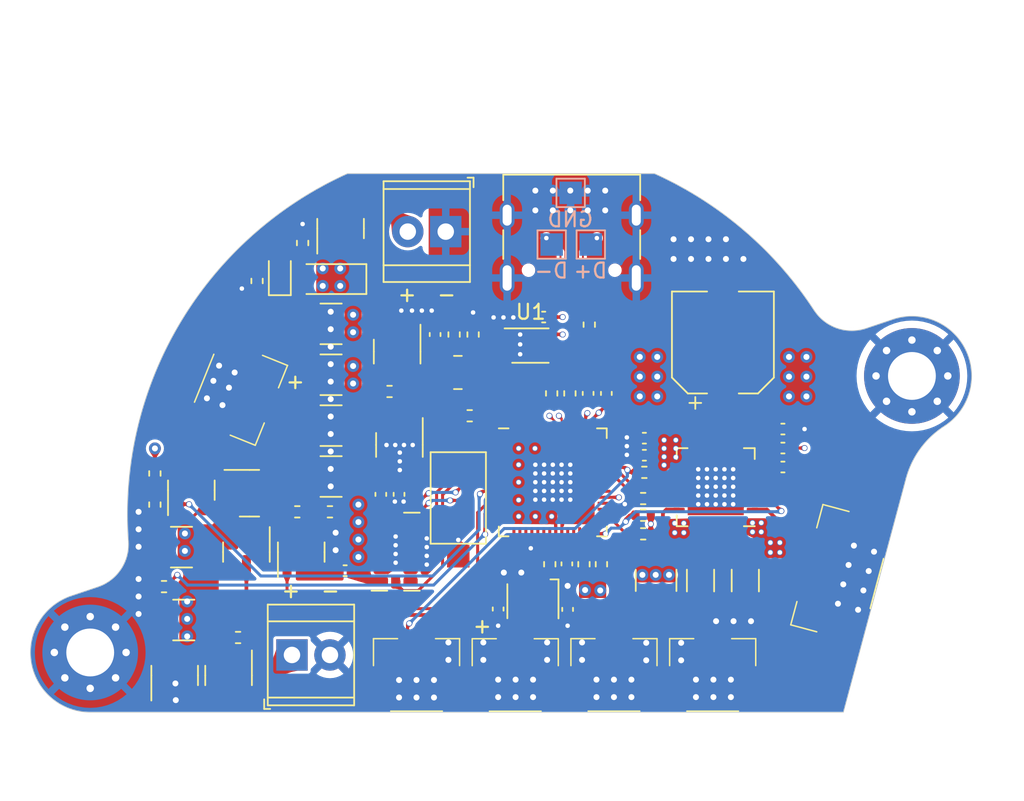
<source format=kicad_pcb>
(kicad_pcb (version 20221018) (generator pcbnew)
  (layers (0 "F.Cu" signal) (1 "In1.Cu" power "GND") (2 "In2.Cu" power "PWR") (31 "B.Cu" signal) (34 "B.Paste" user) (35 "F.Paste" user) (36 "B.SilkS" user "B.Silkscreen") (37 "F.SilkS" user "F.Silkscreen") (38 "B.Mask" user) (39 "F.Mask" user) (44 "Edge.Cuts" user))
  (net 0 "")
  (net 1 "+24V")
  (net 2 "GND")
  (net 3 "+3V3")
  (net 4 "Net-(U3-XIN)")
  (net 5 "Net-(U2-BS)")
  (net 6 "Net-(U2-SW)")
  (net 7 "Net-(C6-Pad1)")
  (net 8 "Net-(U4-EN)")
  (net 9 "Net-(U3-VREG_VOUT)")
  (net 10 "Net-(D1-A)")
  (net 11 "Net-(D3-K)")
  (net 12 "Net-(J1-Pin_2)")
  (net 13 "Net-(J2-Pin_1)")
  (net 14 "Net-(J3-Pin_1)")
  (net 15 "Net-(J4-Pin_1)")
  (net 16 "Net-(J5-Pin_1)")
  (net 17 "Net-(J6-Pin_1)")
  (net 18 "Net-(J7-Pin_1)")
  (net 20 "Net-(J9-CC1)")
  (net 21 "Net-(J9-D+-PadA6)")
  (net 22 "Net-(J9-D--PadA7)")
  (net 26 "Net-(Q2-G)")
  (net 27 "Net-(Q2-D)")
  (net 28 "Net-(Q4-G)")
  (net 29 "Net-(Q4-D)")
  (net 30 "Net-(Q6-G)")
  (net 31 "Net-(Q6-D)")
  (net 32 "Net-(U2-EN)")
  (net 33 "Net-(U3-USB_DM)")
  (net 34 "Net-(U3-USB_DP)")
  (net 35 "Net-(U3-RUN)")
  (net 36 "Net-(U2-FB)")
  (net 37 "Net-(U3-XOUT)")
  (net 38 "Net-(U1-~{CS})")
  (net 39 "Net-(R24-Pad2)")
  (net 40 "Net-(U1-DO(IO1))")
  (net 41 "Net-(U1-IO2)")
  (net 42 "Net-(U1-DI(IO0))")
  (net 43 "Net-(U1-CLK)")
  (net 44 "Net-(U1-IO3)")
  (net 45 "Net-(U3-GPIO0)")
  (net 46 "Net-(U3-GPIO1)")
  (net 47 "Net-(U3-GPIO2)")
  (net 48 "Net-(U3-GPIO3)")
  (net 72 "Net-(U6-VCP)")
  (net 73 "Net-(U6-CPO)")
  (net 74 "Net-(U6-CPI)")
  (net 75 "Net-(U6-5VOUT)")
  (net 76 "Net-(J8-Pin_1)")
  (net 77 "Net-(J8-Pin_2)")
  (net 78 "Net-(J8-Pin_3)")
  (net 79 "Net-(J8-Pin_4)")
  (net 80 "Net-(U6-BRB)")
  (net 81 "Net-(U6-BRA)")
  (net 82 "Net-(U6-STDBY)")
  (net 83 "Net-(U3-GPIO24)")
  (net 84 "Net-(U3-GPIO25)")
  (net 85 "Net-(U3-GPIO29_ADC3)")
  (net 86 "Net-(U3-GPIO17)")
  (footprint "Capacitor_SMD:C_0402_1005Metric" (layer "F.Cu") (at 147.574 121.3866 -90)
    (fp_text reference "C4" hide)
    (fp_text value "18pF")
  )
  (footprint "Resistor_SMD:R_0402_1005Metric" (layer "F.Cu") (at 157.2768 115.1128 180)
    (fp_text reference "R15" hide)
    (fp_text value "20K")
  )
  (footprint "MountingHole:MountingHole_3.2mm_M3_Pad_Via" (layer "F.Cu") (at 120.284358 124.293785)
    (fp_text reference "H1" hide)
    (fp_text value "MountingHole_Pad" hide)
  )
  (footprint "Package_SON:USON-8-1EP_3.0x2.0mm_P0.5mm" (layer "F.Cu") (at 149.733 103.759)
    (fp_text reference "U1")
    (fp_text value "W25Q16JVUXIQ")
  )
  (footprint "Package_TO_SOT_SMD:SOT-23" (layer "F.Cu") (at 129.54 125.8316 -90)
    (fp_text reference "Q5" hide)
    (fp_text value "WST4041")
  )
  (footprint "Connector_USB:USB_C_Receptacle_G-Switch_GT-USB-7010ASV" (layer "F.Cu") (at 152.4958 96.1148 180)
    (fp_text reference "J9" hide)
    (fp_text value "USB_C_Receptacle_USB2.0" hide)
  )
  (footprint "Capacitor_SMD:C_0402_1005Metric" (layer "F.Cu") (at 150.622 101.854 180)
    (fp_text reference "C11" hide)
    (fp_text value "100pF")
  )
  (footprint "Capacitor_SMD:C_1210_3225Metric" (layer "F.Cu") (at 136.398 105.7148 180)
    (fp_text reference "C2" hide)
    (fp_text value "10uF 50V")
  )
  (footprint "TerminalBlock_TE-Connectivity:TerminalBlock_TE_282834-2_1x02_P2.54mm_Horizontal" (layer "F.Cu") (at 144.0688 96.139 180)
    (fp_text reference "J1" hide)
    (fp_text value "Power +24V")
  )
  (footprint "Resistor_SMD:R_0402_1005Metric" (layer "F.Cu") (at 145.671 108.458 180)
    (fp_text reference "R24" hide)
    (fp_text value "1K")
  )
  (footprint "Capacitor_SMD:C_0402_1005Metric" (layer "F.Cu") (at 153.5938 106.962 90)
    (fp_text reference "C8" hide)
    (fp_text value "100nF")
  )
  (footprint "Diode_SMD:D_SOD-123" (layer "F.Cu") (at 136.398 99.314 180)
    (fp_text reference "D1" hide)
    (fp_text value "BZT52C12")
  )
  (footprint "Capacitor_SMD:C_0402_1005Metric" (layer "F.Cu") (at 152.1714 118.3666 -90)
    (fp_text reference "C16" hide)
    (fp_text value "100nF")
  )
  (footprint "LED_SMD:LED_0603_1608Metric" (layer "F.Cu") (at 132.969 98.9075 90)
    (fp_text reference "D3" hide)
    (fp_text value "POWER_LED")
  )
  (footprint "Resistor_SMD:R_0402_1005Metric" (layer "F.Cu") (at 151.1554 106.962 -90)
    (fp_text reference "R6" hide)
    (fp_text value "27R")
  )
  (footprint "Resistor_SMD:R_0402_1005Metric" (layer "F.Cu") (at 130.175 123.2916)
    (fp_text reference "R17" hide)
    (fp_text value "10K")
  )
  (footprint "Capacitor_SMD:C_0402_1005Metric" (layer "F.Cu") (at 137.3378 118.8212 180)
    (fp_text reference "C3" hide)
    (fp_text value "100nF")
  )
  (footprint "Resistor_SMD:R_0402_1005Metric" (layer "F.Cu") (at 125.222 119.888 180)
    (fp_text reference "R18" hide)
    (fp_text value "1M")
  )
  (footprint "Resistor_SMD:R_0402_1005Metric" (layer "F.Cu") (at 134.493 96.901 90)
    (fp_text reference "R1" hide)
    (fp_text value "10K")
  )
  (footprint "Capacitor_SMD:C_0402_1005Metric" (layer "F.Cu") (at 154.813 106.962 90)
    (fp_text reference "C10" hide)
    (fp_text value "100nF")
  )
  (footprint "Inductor_SMD:L_1008_2520Metric" (layer "F.Cu") (at 144.8816 105.5624)
    (fp_text reference "L1" hide)
    (fp_text value "4.7uH")
  )
  (footprint "Resistor_SMD:R_0402_1005Metric" (layer "F.Cu") (at 124.6106 114.4016 90)
    (fp_text reference "R14" hide)
    (fp_text value "1M")
  )
  (footprint "Capacitor_SMD:C_0402_1005Metric" (layer "F.Cu") (at 157.3556 111.0996 180)
    (fp_text reference "C21" hide)
    (fp_text value "100nF")
  )
  (footprint "Capacitor_SMD:C_1210_3225Metric" (layer "F.Cu") (at 158.1404 119.4709 -90)
    (fp_text reference "C18" hide)
    (fp_text value "10uF 50V")
  )
  (footprint "Resistor_SMD:R_0402_1005Metric" (layer "F.Cu") (at 157.353 112.2426 180)
    (fp_text reference "R11" hide)
    (fp_text value "4.7K")
  )
  (footprint "TerminalBlock_TE-Connectivity:TerminalBlock_TE_282834-2_1x02_P2.54mm_Horizontal" (layer "F.Cu") (at 133.7818 124.46)
    (fp_text reference "J7" hide)
    (fp_text value "Heater")
  )
  (footprint "Package_TO_SOT_SMD:SOT-23" (layer "F.Cu") (at 127.049 113.4364 90)
    (fp_text reference "Q2" hide)
    (fp_text value "FH3400C")
  )
  (footprint "Capacitor_SMD:CP_Elec_6.3x5.8" (layer "F.Cu") (at 162.6108 103.5558 90)
    (fp_text reference "C1" hide)
    (fp_text value "100uF 25V")
  )
  (footprint "Capacitor_SMD:C_0402_1005Metric" (layer "F.Cu") (at 157.3556 109.9566 180)
    (fp_text reference "C22" hide)
    (fp_text value "100pF")
  )
  (footprint "Package_TO_SOT_SMD:SOT-23" (layer "F.Cu") (at 125.9332 125.8316 90)
    (fp_text reference "Q4" hide)
    (fp_text value "FH3400C")
  )
  (footprint "Resistor_SMD:R_0402_1005Metric" (layer "F.Cu") (at 145.8976 103.0224 90)
    (fp_text reference "R9" hide)
    (fp_text value "10K")
  )
  (footprint "Capacitor_SMD:C_0402_1005Metric" (layer "F.Cu") (at 152.2222 121.412 -90)
    (fp_text reference "C6" hide)
    (fp_text value "18pF")
  )
  (footprint "Resistor_SMD:R_1206_3216Metric" (layer "F.Cu") (at 161.1122 119.4816 -90)
    (fp_text reference "R22" hide)
    (fp_text value "180m")
  )
  (footprint "Resistor_SMD:R_0402_1005Metric" (layer "F.Cu") (at 157.2768 116.3574 180)
    (fp_text reference "R12" hide)
    (fp_text value "10K")
  )
  (footprint "Capacitor_SMD:C_0402_1005Metric" (layer "F.Cu") (at 166.624 110.617 180)
    (fp_text reference "C20" hide)
    (fp_text value "100nF")
  )
  (footprint "Oscillator:Oscillator_SMD_Kyocera_KC2520Z-4Pin_2.5x2.0mm" (layer "F.Cu") (at 149.9002 120.8648 -90)
    (fp_text reference "Y1" hide)
    (fp_text value "12MHz")
  )
  (footprint "Capacitor_SMD:C_0402_1005Metric" (layer "F.Cu") (at 140.9446 113.7158 -90)
    (fp_text reference "C12" hide)
    (fp_text value "1uF")
  )
  (footprint "Connector_GH:GH_1.25_1x02_Horizontal" (layer "F.Cu") (at 161.9264 125.1706)
    (fp_text reference "J3" hide)
    (fp_text value "X_ENDSTOP")
  )
  (footprint "Capacitor_SMD:C_1210_3225Metric" (layer "F.Cu") (at 136.398 102.3112 180)
    (fp_text reference "C9" hide)
    (fp_text value "10uF 50V")
  )
  (footprint "Connector_GH:GH_1.25_1x02_Horizontal" (layer "F.Cu") (at 148.7184 125.175)
    (fp_text reference "J6" hide)
    (fp_text value "FAN2")
  )
  (footprint "Resistor_SMD:R_0402_1005Metric" (layer "F.Cu") (at 157.2748 113.9952 180)
    (fp_text reference "R23" hide)
    (fp_text value "10K")
  )
  (footprint "Resistor_SMD:R_0402_1005Metric" (layer "F.Cu") (at 131.445 99.441 -90)
    (fp_text reference "R4" hide)
    (fp_text value "27K")
  )
  (footprint "Package_TO_SOT_SMD:SOT-23" (layer "F.Cu") (at 130.9375 113.6396)
    (fp_text reference "Q3" hide)
    (fp_text value "WST4041")
  )
  (footprint "Resistor_SMD:R_0402_1005Metric" (layer "F.Cu") (at 152.3746 106.962 -90)
    (fp_text reference "R5" hide)
    (fp_text value "27R")
  )
  (footprint "Resistor_SMD:R_0402_1005Metric" (layer "F.Cu") (at 136.3218 114.8842)
    (fp_text reference "R20" hide)
    (fp_text value "1M")
  )
  (footprint "Resistor_SMD:R_1206_3216Metric" (layer "F.Cu") (at 164.1094 119.4816 -90)
    (fp_text reference "R21" hide)
    (fp_text value "180m")
  )
  (footprint "Capacitor_SMD:C_1210_3225Metric" (layer "F.Cu") (at 126.5428 122.1232 180)
    (fp_text reference "C19" hide)
    (fp_text value "10uF 50V")
  )
  (footprint "Package_TO_SOT_SMD:SOT-23" (layer "F.Cu") (at 130.7338 117.5789 -90)
    (fp_text reference "Q7" hide)
    (fp_text value "WST4041")
  )
  (footprint "Package_TO_SOT_SMD:SOT-23-6" (layer "F.Cu") (at 140.8176 104.1654 -90)
    (fp_text reference "U2" hide)
    (fp_text value "RY8310")
  )
  (footprint "Resistor_SMD:R_0402_1005Metric" (layer "F.Cu") (at 134.1374 114.8842)
    (fp_text reference "R19" hide)
    (fp_text value "10K")
  )
  (footprint "Package_DFN_QFN:QFN-28-1EP_5x5mm_P0.5mm_EP3.75x3.75mm" (layer "F.Cu") (at 162.1295 113.2358 180)
    (fp_text reference "U6" hide)
    (fp_text value "TMC2209")
  )
  (footprint "Resistor_SMD:R_0402_1005Metric" (layer "F.Cu") (at 140.3096 106.8324 180)
    (fp_text reference "R3" hide)
    (fp_text value "10K")
  )
  (footprint "Connector_GH:GH_1.25_1x02_Horizontal" (layer "F.Cu") (at 155.3224 125.1706)
    (fp_text reference "J4" hide)
    (fp_text value "PROBE")
  )
  (footprint "Capacitor_SMD:C_1210_3225Metric" (layer "F.Cu") (at 136.398 109.1184 180)
    (fp_text reference "C7" hide)
    (fp_text value "47uF 16V")
  )
  (footprint "Resistor_SMD:R_0402_1005Metric" (layer "F.Cu") (at 144.6276 103.0224 90)
    (fp_text reference "R8" hide)
    (fp_text value "52.5K")
  )
  (footprint "Connector_GH:GH_1.25_1x02_Horizontal" (layer "F.Cu") (at 130.7338 107.0876 -112)
    (fp_text reference "J5" hide)
    (fp_text value "FAN1")
  )
  (footprint "Connector_GH:GH_1.25_1x02_Horizontal" (layer "F.Cu") (at 142.1144 125.1706)
    (fp_text reference "J2" hide)
    (fp_text value "TEMP_SENSOR")
  )
  (footprint "Resistor_SMD:R_0402_1005Metric" (layer "F.Cu") (at 153.3144 118.3894 90)
    (fp_text reference "R7" hide)
    (fp_text value "10K")
  )
  (footprint "Package_DFN_QFN:QFN-56-1EP_7x7mm_P0.4mm_EP3.2x3.2mm" (layer "F.Cu") (at 151.2284 112.9115)
    (fp_text reference "U3" hide)
    (fp_text value "RP2040")
  )
  (footprint "Button_Switch_SMD:SW_SPST_CK_RS282G05A3" (layer "F.Cu") (at 144.907 113.956 90)
    (fp_text reference "SW1" hide)
    (fp_text value "BOOTSEL")
  )
  (footprint "Capacitor_SMD:C_0402_1005Metric" (layer "F.Cu") (at 166.624 111.887 180)
    (fp_text reference "C23" hide)
    (fp_text value "22nF")
  )
  (footprint "Package_TO_SOT_SMD:SOT-23" (layer "F.Cu") (at 137.033 95.9335 90)
    (fp_text reference "Q1" hide)
    (fp_text value "WST4041\n")
  )
  (footprint "Capacitor_SMD:C_1210_3225Metric" (layer "F.Cu") (at 136.398 112.522 180)
    (fp_text reference "C13" hide)
    (fp_text value "47uF 16V")
  )
  (footprint "Resistor_SMD:R_0402_1005Metric" (layer "F.Cu") (at 124.6106 112.3188 -90)
    (fp_text reference "R13" hide)
    (fp_text value "10K")
  )
  (footprint "Package_LGA:LGA-14_3x5mm_P0.8mm_LayoutBorder1x6y" (layer "F.Cu") (at 140.716 117.5512)
    (fp_text reference "U5" hide)
    (fp_text value "ADXL345BCCZ-RL7")
  )
  (footprint "Capacitor_SMD:C_0402_1005Metric" (layer "F.Cu") (at 139.7254 113.7158 -90)
    (fp_text reference "C14" hide)
    (fp_text value "100nF")
  )
  (footprint "Resistor_SMD:R_0402_1005Metric" (layer "F.Cu") (at 153.67 102.362 -90)
    (fp_text reference "R2" hide)
    (fp_text value "5.1K")
  )
  (footprint "Resistor_SMD:R_0402_1005Metric" (layer "F.Cu") (at 151.0284 118.3894 90)
    (fp_text reference "R25" hide)
    (fp_text value "1K")
  )
  (footprint "Resistor_SMD:R_0402_1005Metric" (layer "F.Cu") (at 154.4828 118.3894 90)
    (fp_text reference "R16" hide)
    (fp_text value "10K")
  )
  (footprint "MountingHole:MountingHole_3.2mm_M3_Pad_Via" (layer "F.Cu") (at 175.254804 105.793785)
    (fp_text reference "H2" hide)
    (fp_text value "MountingHole_Pad" hide)
  )
  (footprint "Capacitor_SMD:C_1210_3225Metric" (layer "F.Cu") (at 126.3886 117.2464 180)
    (fp_text reference "C15" hide)
    (fp_text value "10uF 50V")
  )
  (footprint "Package_TO_SOT_SMD:SOT-23" (layer "F.Cu") (at 134.4016 117.5789 90)
    (fp_text reference "Q6" hide)
    (fp_text value "FH3400C")
  )
  (footprint "Capacitor_SMD:C_0402_1005Metric" (layer "F.Cu") (at 166.624 109.347)
    (fp_text reference "C24" hide)
    (fp_text value "2.2uF")
  )
  (footprint "Package_TO_SOT_SMD:SOT-23-5" (layer "F.Cu") (at 140.97 110.4083 -90)
    (fp_text reference "U4" hide)
    (fp_text value "TLV70233_SOT23-5")
  )
  (footprint "Capacitor_SMD:C_0402_1005Metric" (layer "F.Cu") (at 143.3576 103.0224 -90)
    (fp_text reference "C5" hide)
    (fp_text value "100nF")
  )
  (footprint "Connector_GH:GH_1.25_1x04_Veritical" (layer "F.Cu") (at 169.965896 118.886934 75)
    (fp_text reference "J8" hide)
    (fp_text value "Extruder_motor")
  )
  (footprint "TestPoint:TestPoint_Pad_1.5x1.5mm" (layer "B.Cu") (at 152.4254 93.5482 180)
    (fp_text reference "TP3" hide)
    (fp_text value "GND")
  )
  (footprint "TestPoint:TestPoint_Pad_1.5x1.5mm" (layer "B.Cu") (at 153.7716 97.0026 180)
    (fp_text reference "TP2" hide)
    (fp_text value "D+")
  )
  (footprint "TestPoint:TestPoint_Pad_1.5x1.5mm" (layer "B.Cu") (at 151.1554 97.0026 180)
    (fp_text reference "TP1" hide)
    (fp_text value "D-")
  )
  (gr_arc locked (start 173.978942 102.002719) (mid 178.860151 104.061302) (end 177.417611 109.158642) (stroke (width 0.05)) (layer "Edge.Cuts"))
  (gr_arc locked (start 172.188502 102.605283) (mid 170.246939 102.595789) (end 168.717817 101.399319) (stroke (width 0.05)) (layer "Edge.Cuts"))
  (gr_line locked (start 173.978942 102.00272) (end 172.188501 102.605283) (stroke (width 0.05)) (layer "Edge.Cuts"))
  (gr_arc locked (start 174.866266 112.653014) (mid 175.815994 110.667845) (end 177.417611 109.158642) (stroke (width 0.05)) (layer "Edge.Cuts"))
  (gr_arc locked (start 120.284358 128.293785) (mid 116.336944 124.940216) (end 119.008496 120.502719) (stroke (width 0.05)) (layer "Edge.Cuts"))
  (gr_arc locked (start 122.834277 116.841171) (mid 122.339713 118.718734) (end 120.798937 119.900157) (stroke (width 0.05)) (layer "Edge.Cuts"))
  (gr_line locked (start 120.798937 119.900157) (end 119.008496 120.50272) (stroke (width 0.05)) (layer "Edge.Cuts"))
  (gr_line locked (start 120.284358 128.293785) (end 170.675334 128.293785) (stroke (width 0.05)) (layer "Edge.Cuts"))
  (gr_line locked (start 170.675334 128.293785) (end 174.866266 112.653015) (stroke (width 0.05)) (layer "Edge.Cuts"))
  (gr_line locked (start 137.4902 92.254) (end 158.0388 92.254) (stroke (width 0.05)) (layer "Edge.Cuts"))
  (gr_arc locked (start 122.833482 116.841223) (mid 126.294819 102.242438) (end 137.4902 92.254001) (stroke (width 0.05)) (layer "Edge.Cuts"))
  (gr_arc locked (start 158.0388 92.254) (mid 164.033215 96.061546) (end 168.714984 101.40116) (stroke (width 0.05)) (layer "Edge.Cuts"))
  (gr_text "D+" (at 154.9654 99.3394) (layer "B.SilkS") (effects (font (size 1 1)) (justify left bottom mirror)))
  (gr_text "GND" (at 154.0256 95.9104) (layer "B.SilkS") (effects (font (size 1 1)) (justify left bottom mirror)))
  (gr_text "D-" (at 152.3492 99.3394) (layer "B.SilkS") (effects (font (size 1 1)) (justify left bottom mirror)))
  (gr_text "+" (at 145.796 123.0884) (layer "F.SilkS") (effects (font (size 1 1)) (justify left bottom)))
  (gr_text "+" (at 134.7216 105.7148 180) (layer "F.SilkS") (effects (font (size 1 1)) (justify left bottom)))
  (gr_text "+" (at 132.9944 120.7262) (layer "F.SilkS") (effects (font (size 1 1)) (justify left bottom)))
  (gr_text "-" (at 135.636 120.7262) (layer "F.SilkS") (effects (font (size 1 1)) (justify left bottom)))
  (gr_text "+" (at 140.7668 100.9142) (layer "F.SilkS") (effects (font (size 1 1)) (justify left bottom)))
  (gr_text "-" (at 143.4084 100.9142) (layer "F.SilkS") (effects (font (size 1 1)) (justify left bottom)))
  (segment (start 130.2946 114.8842) (end 130 114.5896) (width 0.25) (layer "F.Cu") (net 1))
  (segment (start 124.6106 110.6442) (end 124.6124 110.6424) (width 0.2) (layer "F.Cu") (net 1))
  (segment (start 133.997 100.33) (end 137.032 100.33) (width 0.25) (layer "F.Cu") (net 1))
  (segment (start 128.59 124.2162) (end 128.59 124.8941) (width 0.25) (layer "F.Cu") (net 1))
  (segment (start 140.8176 104.741872) (end 140.8176 105.3029) (width 0.5) (layer "F.Cu") (net 1))
  (segment (start 133.6274 114.8842) (end 130.2946 114.8842) (width 0.25) (layer "F.Cu") (net 1))
  (segment (start 128.905 123.9012) (end 128.59 124.2162) (width 0.25) (layer "F.Cu") (net 1))
  (segment (start 133.299 98.12) (end 133.858 98.679) (width 0.25) (layer "F.Cu") (net 1))
  (segment (start 129.665 123.7) (end 129.4638 123.9012) (width 0.25) (layer "F.Cu") (net 1))
  (segment (start 167.104 110.617) (end 168.0718 110.617) (width 0.2) (layer "F.Cu") (net 1))
  (segment (start 137.873 100.633) (end 138.048 100.458) (width 0.5) (layer "F.Cu") (net 1))
  (segment (start 137.873 102.3112) (end 137.873 104.0384) (width 0.5) (layer "F.Cu") (net 1))
  (segment (start 133.858 100.191) (end 133.997 100.33) (width 0.25) (layer "F.Cu") (net 1))
  (segment (start 138.0254 104.1908) (end 137.873 104.0384) (width 0.5) (layer "F.Cu") (net 1))
  (segment (start 129.4638 123.9012) (end 128.905 123.9012) (width 0.25) (layer "F.Cu") (net 1))
  (segment (start 140.266528 104.1908) (end 140.8176 104.741872) (width 0.5) (layer "F.Cu") (net 1))
  (segment (start 137.032 100.33) (end 138.048 99.314) (width 0.25) (layer "F.Cu") (net 1))
  (segment (start 137.873 102.3112) (end 137.873 100.633) (width 0.5) (layer "F.Cu") (net 1))
  (segment (start 140.266528 104.1908) (end 138.0254 104.1908) (width 0.5) (layer "F.Cu") (net 1))
  (segment (start 124.6106 111.8088) (end 124.6106 110.6442) (width 0.2) (layer "F.Cu") (net 1))
  (segment (start 140.8176 105.3029) (end 140.8176 106.9574) (width 0.25) (layer "F.Cu") (net 1))
  (segment (start 138.048 100.458) (end 138.048 99.314) (width 0.5) (layer "F.Cu") (net 1))
  (segment (start 129.665 123.2916) (end 129.665 123.7) (width 0.25) (layer "F.Cu") (net 1))
  (segment (start 133.858 98.679) (end 133.858 100.191) (width 0.25) (layer "F.Cu") (net 1))
  (segment (start 137.873 104.0384) (end 137.873 105.7148) (width 0.5) (layer "F.Cu") (net 1))
  (via (at 159.004 119.1006) (size 0.8) (drill 0.4) (layers "F.Cu" "B.Cu") (net 1))
  (via (at 158.115 119.1006) (size 0.8) (drill 0.4) (layers "F.Cu" "B.Cu") (net 1))
  (via (at 157.0482 105.8418) (size 0.8) (drill 0.4) (layers "F.Cu" "B.Cu") (net 1))
  (via (at 157.0482 107.1626) (size 0.8) (drill 0.4) (layers "F.Cu" "B.Cu") (net 1))
  (via (at 137.8712 105.1306) (size 0.8) (drill 0.4) (layers "F.Cu" "B.Cu") (net 1))
  (via (at 157.226 119.1006) (size 0.8) (drill 0.4) (layers "F.Cu" "B.Cu") (net 1))
  (via (at 168.1988 104.521) (size 0.8) (drill 0.4) (layers "F.Cu" "B.Cu") (net 1))
  (via (at 158.2166 105.8418) (size 0.8) (drill 0.4) (layers "F.Cu" "B.Cu") (net 1))
  (via (at 168.1988 107.1626) (size 0.8) (drill 0.4) (layers "F.Cu" "B.Cu") (net 1))
  (via (at 168.0718 110.617) (size 0.4) (drill 0.3) (layers "F.Cu" "B.Cu") (net 1))
  (via (at 165.1762 116.2304) (size 0.4) (drill 0.3) (layers "F.Cu" "B.Cu") (net 1))
  (via (at 126.7714 123.2154) (size 0.8) (drill 0.4) (layers "F.Cu" "B.Cu") (net 1))
  (via (at 137.8712 101.7016) (size 0.8) (drill 0.4) (layers "F.Cu" "B.Cu") (net 1))
  (via (at 165.1762 115.6208) (size 0.4) (drill 0.3) (layers "F.Cu" "B.Cu") (net 1))
  (via (at 135.8392 99.7712) (size 0.8) (drill 0.4) (layers "F.Cu" "B.Cu") (net 1))
  (via (at 158.2166 107.1626) (size 0.8) (drill 0.4) (layers "F.Cu" "B.Cu") (net 1))
  (via (at 159.385 115.6462) (size 0.4) (drill 0.3) (layers "F.Cu" "B.Cu") (net 1))
  (via (at 135.8392 98.6028) (size 0.8) (drill 0.4) (layers "F.Cu" "B.Cu") (net 1))
  (via (at 126.7714 122.047) (size 0.8) (drill 0.4) (layers "F.Cu" "B.Cu") (net 1))
  (via (at 167.0304 105.8418) (size 0.8) (drill 0.4) (layers "F.Cu" "B.Cu") (net 1))
  (via (at 137.0076 98.6028) (size 0.8) (drill 0.4) (layers "F.Cu" "B.Cu") (net 1))
  (via (at 137.8712 102.87) (size 0.8) (drill 0.4) (layers "F.Cu" "B.Cu") (net 1))
  (via (at 168.1988 105.8418) (size 0.8) (drill 0.4) (layers "F.Cu" "B.Cu") (net 1))
  (via (at 126.619 116.332) (size 0.8) (drill 0.4) (layers "F.Cu" "B.Cu") (net 1))
  (via (at 164.592 115.6208) (size 0.4) (drill 0.3) (layers "F.Cu" "B.Cu") (net 1))
  (via (at 159.9946 115.6462) (size 0.4) (drill 0.3) (layers "F.Cu" "B.Cu") (net 1))
  (via (at 158.2166 104.521) (size 0.8) (drill 0.4) (layers "F.Cu" "B.Cu") (net 1))
  (via (at 164.592 116.2304) (size 0.4) (drill 0.3) (layers "F.Cu" "B.Cu") (net 1))
  (via (at 159.385 116.2812) (size 0.4) (drill 0.3) (layers "F.Cu" "B.Cu") (net 1))
  (via (at 126.7714 120.8786) (size 0.8) (drill 0.4) (layers "F.Cu" "B.Cu") (net 1))
  (via (at 126.619 117.5004) (size 0.8) (drill 0.4) (layers "F.Cu" "B.Cu") (net 1))
  (via (at 166.4208 116.9416) (size 0.4) (drill 0.3) (layers "F.Cu" "B.Cu") (net 1))
  (via (at 165.7858 116.9416) (size 0.4) (drill 0.3) (layers "F.Cu" "B.Cu") (net 1))
  (via (at 137.0076 99.7712) (size 0.8) (drill 0.4) (layers "F.Cu" "B.Cu") (net 1))
  (via (at 166.4208 117.602) (size 0.4) (drill 0.3) (layers "F.Cu" "B.Cu") (net 1))
  (via (at 165.7858 117.602) (size 0.4) (drill 0.3) (layers "F.Cu" "B.Cu") (net 1))
  (via (at 159.9946 116.2812) (size 0.4) (drill 0.3) (layers "F.Cu" "B.Cu") (net 1))
  (via (at 124.6124 110.6424) (size 0.8) (drill 0.4) (layers "F.Cu" "B.Cu") (net 1))
  (via (at 157.0482 104.521) (size 0.8) (drill 0.4) (layers "F.Cu" "B.Cu") (net 1))
  (via (at 167.0304 107.1626) (size 0.8) (drill 0.4) (layers "F.Cu" "B.Cu") (net 1))
  (via (at 137.8712 106.299) (size 0.8) (drill 0.4) (layers "F.Cu" "B.Cu") (net 1))
  (via (at 167.0304 104.521) (size 0.8) (drill 0.4) (layers "F.Cu" "B.Cu") (net 1))
  (segment (start 134.493 96.391) (end 134.493 95.631) (width 0.25) (layer "F.Cu") (net 2))
  (segment (start 127.999 114.3739) (end 126.9615 115.4114) (width 0.2) (layer "F.Cu") (net 2))
  (segment (start 167.104 109.347) (end 168.0718 109.347) (width 0.2) (layer "F.Cu") (net 2))
  (segment (start 149.787275 117.3226) (end 149.7584 117.3226) (width 0.2) (layer "F.Cu") (net 2))
  (segment (start 147.574 121.8666) (end 147.574 122.5042) (width 0.2) (layer "F.Cu") (net 2))
  (segment (start 159.667 113.2358) (end 162.1295 113.2358) (width 0.25) (layer "F.Cu") (net 2))
  (segment (start 162.6295 110.7733) (end 162.6295 112.7358) (width 0.25) (layer "F.Cu") (net 2))
  (segment (start 131.445 99.951) (end 130.431 99.951) (width 0.25) (layer "F.Cu") (net 2))
  (segment (start 126.9615 115.4114) (end 126.0664 115.4114) (width 0.2) (layer "F.Cu") (net 2))
  (segment (start 130.431 99.951) (end 130.429 99.949) (width 0.25) (layer "F.Cu") (net 2))
  (segment (start 126.0664 115.4114) (end 124.9136 116.5642) (width 0.2) (layer "F.Cu") (net 2))
  (segment (start 156.421174 113.9952) (end 156.047844 114.36853) (width 0.2) (layer "F.Cu") (net 2))
  (segment (start 156.7648 113.9952) (end 156.421174 113.9952) (width 0.2) (layer "F.Cu") (net 2))
  (segment (start 150.2284 116.349) (end 150.2284 116.881475) (width 0.2) (layer "F.Cu") (net 2))
  (segment (start 152.2222 121.892) (end 152.2222 122.5042) (width 0.2) (layer "F.Cu") (net 2))
  (segment (start 161.1295 110.7733) (end 161.1295 112.2358) (width 0.25) (layer "F.Cu") (net 2))
  (segment (start 144.907 117.856) (end 144.907 116.7638) (width 0.2) (layer "F.Cu") (net 2))
  (segment (start 164.592 113.7358) (end 162.6295 113.7358) (width 0.25) (layer "F.Cu") (net 2))
  (segment (start 150.2284 116.881475) (end 149.787275 117.3226) (width 0.2) (layer "F.Cu") (net 2))
  (segment (start 164.592 111.7358) (end 163.6295 111.7358) (width 0.25) (layer "F.Cu") (net 2))
  (segment (start 163.1295 110.7733) (end 163.1295 111.5715) (width 0.25) (layer "F.Cu") (net 2))
  (segment (start 145.8976 101.5492) (end 145.8976 102.5124) (width 0.25) (layer "F.Cu") (net 2))
  (via (at 152.4 112.3188) (size 0.4) (drill 0.3) (layers "F.Cu" "B.Cu") (net 2))
  (via (at 160.9598 112.6236) (size 0.4) (drill 0.3) (layers "F.Cu" "B.Cu") (net 2))
  (via (at 153.5684 93.3958) (size 0.8) (drill 0.4) (layers "F.Cu" "B.Cu") (net 2))
  (via (at 147.574 127.2794) (size 0.8) (drill 0.4) (layers "F.Cu" "B.Cu") (net 2))
  (via (at 141.859 110.4138) (size 0.4) (drill 0.3) (layers "F.Cu" "B.Cu") (net 2))
  (via (at 150.0632 94.7166) (size 0.8) (drill 0.4) (layers "F.Cu" "B.Cu") (net 2))
  (via (at 140.9446 126.1364) (size 0.8) (drill 0.4) (layers "F.Cu" "B.Cu") (net 2))
  (via (at 154.1526 127.2794) (size 0.8) (drill 0.4) (layers "F.Cu" "B.Cu") (net 2))
  (via (at 147.955 118.9482) (size 0.8) (drill 0.4) (layers "F.Cu" "B.Cu") (net 2))
  (via (at 143.129 101.4222) (size 0.4) (drill 0.3) (layers "F.Cu" "B.Cu") (net 2))
  (via (at 160.9598 113.792) (size 0.4) (drill 0.3) (layers "F.Cu" "B.Cu") (net 2))
  (via (at 170.6626 119.7356) (size 0.8) (drill 0.4) (layers "F.Cu" "B.Cu") (net 2))
  (via (at 156.1846 110.49) (size 0.4) (drill 0.3) (layers "F.Cu" "B.Cu") (net 2))
  (via (at 162.1536 122.1994) (size 0.8) (drill 0.4) (layers "F.Cu" "B.Cu") (net 2))
  (via (at 143.2814 127.3048) (size 0.8) (drill 0.4) (layers "F.Cu" "B.Cu") (net 2))
  (via (at 136.3726 102.6668) (size 0.8) (drill 0.4) (layers "F.Cu" "B.Cu") (net 2))
  (via (at 146.5834 124.7902) (size 0.8) (drill 0.4) (layers "F.Cu" "B.Cu") (net 2))
  (via (at 149.1234 118.9482) (size 0.8) (drill 0.4) (layers "F.Cu" "B.Cu") (net 2))
  (via (at 160.4772 97.9678) (size 0.8) (drill 0.4) (layers "F.Cu" "B.Cu") (net 2))
  (via (at 150.6474 113.4872) (size 0.4) (drill 0.3) (layers "F.Cu" "B.Cu") (net 2))
  (via (at 162.7124 113.2078) (size 0.4) (drill 0.3) (layers "F.Cu" "B.Cu") (net 2))
  (via (at 150.0632 113.4872) (size 0.4) (drill 0.3) (layers "F.Cu" "B.Cu") (net 2))
  (via (at 140.9954 112.0902) (size 0.4) (drill 0.3) (layers "F.Cu" "B.Cu") (net 2))
  (via (at 162.7124 113.792) (size 0.4) (drill 0.3) (layers "F.Cu" "B.Cu") (net 2))
  (via (at 136.7028 117.4496) (size 0.8) (drill 0.4) (layers "F.Cu" "B.Cu") (net 2))
  (via (at 142.4686 101.4222) (size 0.4) (drill 0.3) (layers "F.Cu" "B.Cu") (net 2))
  (via (at 171.0182 118.4402) (size 0.8) (drill 0.4) (layers "F.Cu" "B.Cu") (net 2))
  (via (at 142.7988 116.6622) (size 0.4) (drill 0.3) (layers "F.Cu" "B.Cu") (net 2))
  (via (at 150.8506 123.6218) (size 0.8) (drill 0.4) (layers "F.Cu" "B.Cu") (net 2))
  (via (at 171.6532 121.4374) (size 0.8) (drill 0.4) (layers "F.Cu" "B.Cu") (net 2))
  (via (at 140.6652 114.1984) (size 0.4) (drill 0.3) (layers "F.Cu" "B.Cu") (net 2))
  (via (at 163.2966 113.2078) (size 0.4) (drill 0.3) (layers "F.Cu" "B.Cu") (net 2))
  (via (at 160.9598 113.2078) (size 0.4) (drill 0.3) (layers "F.Cu" "B.Cu") (net 2))
  (via (at 142.7988 118.4148) (size 0.4) (drill 0.3) (layers "F.Cu" "B.Cu") (net 2))
  (via (at 160.8074 126.111) (size 0.8) (drill 0.4) (layers "F.Cu" "B.Cu") (net 2))
  (via (at 136.3726 101.4984) (size 0.8) (drill 0.4) (layers "F.Cu" "B.Cu") (net 2))
  (via (at 134.493 95.631) (size 0.4) (drill 0.3) (layers "F.Cu" "B.Cu") (net 2))
  (via (at 156.1846 109.9058) (size 0.4) (drill 0.3) (layers "F.Cu" "B.Cu") (net 2))
  (via (at 160.8074 127.2794) (size 0.8) (drill 0.4) (layers "F.Cu" "B.Cu") (net 2))
  (via (at 149.9108 127.2794) (size 0.8) (drill 0.4) (layers "F.Cu" "B.Cu") (net 2))
  (via (at 172.72 117.5512) (size 0.8) (drill 0.4) (layers "F.Cu" "B.Cu") (net 2))
  (via (at 151.2316 114.0714) (size 0.4) (drill 0.3) (layers "F.Cu" "B.Cu") (net 2))
  (via (at 170.307 121.031) (size 0.8) (drill 0.4) (layers "F.Cu" "B.Cu") (net 2))
  (via (at 136.3726 113.1824) (size 0.8) (drill 0.4) (layers "F.Cu" "B.Cu") (net 2))
  (via (at 151.8158 111.7346) (size 0.4) (drill 0.3) (layers "F.Cu" "B.Cu") (net 2))
  (via (at 147.9296 101.8794) (size 0.4) (drill 0.3) (layers "F.Cu" "B.Cu") (net 2))
  (via (at 156.4894 127.2794) (size 0.8) (drill 0.4) (layers "F.Cu" "B.Cu") (net 2))
  (via (at 151.2316 112.903) (size 0.4) (drill 0.3) (layers "F.Cu" "B.Cu") (net 2))
  (via (at 150.0632 112.3188) (size 0.4) (drill 0.3) (layers "F.Cu" "B.Cu") (net 2))
  (via (at 150.6474 112.903) (size 0.4) (drill 0.3) (layers "F.Cu" "B.Cu") (net 2))
  (via (at 136.7028 116.2812) (size 0.8) (drill 0.4) (layers "F.Cu" "B.Cu") (net 2))
  (via (at 141.8082 101.4222) (size 0.4) (drill 0.3) (layers "F.Cu" "B.Cu") (net 2))
  (via (at 150.6474 111.7346) (size 0.4) (drill 0.3) (layers "F.Cu" "B.Cu") (net 2))
  (via (at 153.1874 123.6218) (size 0.8) (drill 0.4) (layers "F.Cu" "B.Cu") (net 2))
  (via (at 160.9598 114.3762) (size 0.4) (drill 0.3) (layers "F.Cu" "B.Cu") (net 2))
  (via (at 129.9464 105.5624) (size 0.8) (drill 0.4) (layers "F.Cu" "B.Cu") (net 2))
  (via (at 159.8168 124.8156) (size 0.8) (drill 0.4) (layers "F.Cu" "B.Cu") (net 2))
  (via (at 149.9108 126.111) (size 0.8) (drill 0.4) (layers "F.Cu" "B.Cu") (net 2))
  (via (at 157.48 123.6472) (size 0.8) (drill 0.4) (layers "F.Cu" "B.Cu") (net 2))
  (via (at 161.544 114.3762) (size 0.4) (drill 0.3) (layers "F.Cu" "B.Cu") (net 2))
  (via (at 143.2814 126.1364) (size 0.8) (drill 0.4) (layers "F.Cu" "B.Cu") (net 2))
  (via (at 142.113 127.3048) (size 0.8) (drill 0.4) (layers "F.Cu" "B.Cu") (net 2))
  (via (at 140.716 117.7036) (size 0.4) (drill 0.3) (layers "F.Cu" "B.Cu") (net 2))
  (via (at 140.9446 127.3048) (size 0.8) (drill 0.4) (layers "F.Cu" "B.Cu") (net 2))
  (via (at 161.544 113.2078) (size 0.4) (drill 0.3) (layers "F.Cu" "B.Cu") (net 2))
  (via (at 151.2316 94.7166) (size 0.8) (drill 0.4) (layers "F.Cu" "B.Cu") (net 2))
  (via (at 156.1846 111.0742) (size 0.4) (drill 0.3) (layers "F.Cu" "B.Cu") (net 2))
  (via (at 162.1282 112.0394) (size 0.4) (drill 0.3) (layers "F.Cu" "B.Cu") (net 2))
  (via (at 148.7424 127.2794) (size 0.8) (drill 0.4) (layers "F.Cu" "B.Cu") (net 2))
  (via (at 123.5202 119.38) (size 0.8) (drill 0.4) (layers "F.Cu" "B.Cu") (net 2))
  (via (at 161.6456 97.9678) (size 0.8) (drill 0.4) (layers "F.Cu" "B.Cu") (net 2))
  (via (at 162.814 96.647) (size 0.8) (drill 0.4) (layers "F.Cu" "B.Cu") (net 2))
  (via (at 136.3726 103.8352) (size 0.8) (drill 0.4) (layers "F.Cu" "B.Cu") (net 2))
  (via (at 151.8158 114.0714) (size 0.4) (drill 0.3) (layers "F.Cu" "B.Cu") (net 2))
  (via (at 152.4 111.7346) (size 0.4) (drill 0.3) (layers "F.Cu" "B.Cu") (net 2))
  (via (at 172.3644 118.8466) (size 0.8) (drill 0.4) (layers "F.Cu" "B.Cu") (net 2))
  (via (at 153.5684 94.7166) (size 0.8) (drill 0.4) (layers "F.Cu" "B.Cu") (net 2))
  (via (at 163.2966 112.0394) (size 0.4) (drill 0.3) (layers "F.Cu" "B.Cu") (net 2))
  (via (at 147.574 126.111) (size 0.8) (drill 0.4) (layers "F.Cu" "B.Cu") (net 2))
  (via (at 151.2316 93.3958) (size 0.8) (drill 0.4) (layers "F.Cu" "B.Cu") (net 2))
  (via (at 146.5834 123.6218) (size 0.8) (drill 0.4) (layers "F.Cu" "B.Cu") (net 2))
  (via (at 149.0472 103.6828) (size 0.4) (drill 0.3) (layers "F.Cu" "B.Cu") (net 2))
  (via (at 155.321 126.111) (size 0.8) (drill 0.4) (layers "F.Cu" "B.Cu") (net 2))
  (via (at 150.0632 93.3958) (size 0.8) (drill 0.4) (layers "F.Cu" "B.Cu") (net 2))
  (via (at 144.907 116.7638) (size 0.4) (drill 0.3) (layers "F.Cu" "B.Cu") (net 2))
  (via (at 148.59 101.8794) (size 0.4) (drill 0.3) (layers "F.Cu" "B.Cu") (net 2))
  (via (at 156.047844 114.36853) (size 0.4) (drill 0.3) (layers "F.Cu" "B.Cu") (net 2))
  (via (at 123.5202 121.7168) (size 0.8) (drill 0.4) (layers "F.Cu" "B.Cu") (net 2))
  (via (at 163.2966 113.792) (size 0.4) (drill 0.3) (layers "F.Cu" "B.Cu") (net 2))
  (via (at 136.3726 109.6772) (size 0.8) (drill 0.4) (layers "F.Cu" "B.Cu") (net 2))
  (via (at 150.0632 111.7346) (size 0.4) (drill 0.3) (layers "F.Cu" "B.Cu") (net 2))
  (via (at 152.4 94.7166) (size 0.8) (drill 0.4) (layers "F.Cu" "B.Cu") (net 2))
  (via (at 141.2494 114.1984) (size 0.4) (drill 0.3) (layers "F.Cu" "B.Cu") (net 2))
  (via (at 142.7988 117.8306) (size 0.4) (drill 0.3) (layers "F.Cu" "B.Cu") (net 2))
  (via (at 152.2222 119.8372) (size 0.8) (drill 0.4) (layers "F.Cu" "B.Cu") (net 2))
  (via (at 136.3726 105.0036) (size 0.8) (drill 0.4) (layers "F.Cu" "B.Cu") (net 2))
  (via (at 162.7124 112.0394) (size 0.4) (drill 0.3) (layers "F.Cu" "B.Cu") (net 2))
  (via (at 140.9954 110.9218) (size 0.4) (drill 0.3) (layers "F.Cu" "B.Cu") (net 2))
  (via (at 152.4 114.0714) (size 0.4) (drill 0.3) (layers "F.Cu" "B.Cu") (net 2))
  (via (at 162.1282 113.792) (size 0.4) (drill 0.3) (layers "F.Cu" "B.Cu") (net 2))
  (via (at 141.2748 110.4138) (size 0.4) (drill 0.3) (layers "F.Cu" "B.Cu") (net 2))
  (via (at 140.716 117.1194) (size 0.4) (drill 0.3) (layers "F.Cu" "B.Cu") (net 2))
  (via (at 151.8158 113.4872) (size 0.4) (drill 0.3) (layers "F.Cu" "B.Cu") (net 2))
  (via (at 144.2466 124.7902) (size 0.8) (drill 0.4) (layers "F.Cu" "B.Cu") (net 2))
  (via (at 125.984 126.365) (size 0.8) (drill 0.4) (layers "F.Cu" "B.Cu") (net 2))
  (via (at 147.2692 101.8794) (size 0.4) (drill 0.3) (layers "F.Cu" "B.Cu") (net 2))
  (via (at 136.3726 108.5088) (size 0.8) (drill 0.4) (layers "F.Cu" "B.Cu") (net 2))
  (via (at 150.6474 112.3188) (size 0.4) (drill 0.3) (layers "F.Cu" "B.Cu") (net 2))
  (via (at 150.6474 114.0714) (size 0.4) (drill 0.3) (layers "F.Cu" "B.Cu") (net 2))
  (via (at 145.8976 101.5492) (size 0.4) (drill 0.3) (layers "F.Cu" "B.Cu") (net 2))
  (via (at 161.544 112.6236) (size 0.4) (drill 0.3) (layers "F.Cu" "B.Cu") (net 2))
  (via (at 142.7988 117.2464) (size 0.4) (drill 0.3) (layers "F.Cu" "B.Cu") (net 2))
  (via (at 129.1336 107.7468) (size 0.8) (drill 0.4) (layers "F.Cu" "B.Cu") (net 2))
  (via (at 149.0472 103.0224) (size 0.4) (drill 0.3) (layers "F.Cu" "B.Cu") (net 2))
  (via (at 162.814 97.9678) (size 0.8) (drill 0.4) (layers "F.Cu" "B.Cu") (net 2))
  (via (at 163.9824 97.9678) (size 0.8) (drill 0.4) (layers "F.Cu" "B.Cu") (net 2))
  (via (at 154.7368 94.7166) (size 0.8) (drill 0.4) (layers "F.Cu" "B.Cu") (net 2))
  (via (at 149.7584 117.3226) (size 0.4) (drill 0.3) (layers "F.Cu" "B.Cu") (net 2))
  (via (at 151.8158 112.903) (size 0.4) (drill 0.3) (layers "F.Cu" "B.Cu") (net 2))
  (via (at 151.8158 112.3188) (size 0.4) (drill 0.3) (layers "F.Cu" "B.Cu") (net 2))
  (via (at 162.1282 112.6236) (size 0.4) (drill 0.3) (layers "F.Cu" "B.Cu") (net 2))
  (via (at 161.9758 127.2794) (size 0.8) (drill 0.4) (layers "F.Cu" "B.Cu") (net 2))
  (via (at 151.2316 112.3188) (size 0.4) (drill 0.3) (layers "F.Cu" "B.Cu") (net 2))
  (via (at 150.0632 112.903) (size 0.4) (drill 0.3) (layers "F.Cu" "B.Cu") (net 2))
  (via (at 162.1282 113.2078) (size 0.4) (drill 0.3) (layers "F.Cu" "B.Cu") (net 2))
  (via (at 136.3726 106.172) (size 0.8) (drill 0.4) (layers "F.Cu" "B.Cu") (net 2))
  (via (at 161.9758 126.111) (size 0.8) (drill 0.4) (layers "F.Cu" "B.Cu") (net 2))
  (via (at 160.4772 96.647) (size 0.8) (drill 0.4) (layers "F.Cu" "B.Cu") (net 2))
  (via (at 172.0088 120.142) (size 0.8) (drill 0.4) (layers "F.Cu" "B.Cu") (net 2))
  (via (at 161.6456 96.647) (size 0.8) (drill 0.4) (layers "F.Cu" "B.Cu") (net 2))
  (via (at 154.7368 93.3958) (size 0.8) (drill 0.4) (layers "F.Cu" "B.Cu") (net 2))
  (via (at 128.0922 107.2896) (size 0.8) (drill 0.4) (layers "F.Cu" "B.Cu") (net 2))
  (via (at 168.0718 109.347) (size 0.4) (drill 0.3) (layers "F.Cu" "B.Cu") (net 2))
  (via (at 159.3088 97.9678) (size 0.8) (drill 0.4) (layers "F.Cu" "B.Cu") (net 2))
  (via (at 157.48 124.8156) (size 0.8) (drill 0.4) (layers "F.Cu" "B.Cu") (net 2))
  (via (at 163.2966 112.6236) (size 0.4) (drill 0.3) (layers "F.Cu" "B.Cu") (net 2))
  (via (at 149.0472 104.3432) (size 0.4) (drill 0.3) (layers "F.Cu" "B.Cu") (net 2))
  (via (at 163.1442 126.111) (size 0.8) (drill 0.4) (layers "F.Cu" "B.Cu") (net 2))
  (via (at 123.5202 114.8842) (size 0.8) (drill 0.4) (layers "F.Cu" "B.Cu") (net 2))
  (via (at 164.4904 122.1994) (size 0.8) (drill 0.4) (layers "F.Cu" "B.Cu") (net 2))
  (via (at 163.2966 114.3762) (size 0.4) (drill 0.3) (layers "F.Cu" "B.Cu") (net 2))
  (via (at 123.5202 116.0526) (size 0.8) (drill 0.4) (layers "F.Cu" "B.Cu") (net 2))
  (via (at 163.1442 127.2794) (size 0.8) (drill 0.4) (layers "F.Cu" "B.Cu") (net 2))
  (via (at 140.716 116.5352) (size 0.4) (drill 0.3) (layers "F.Cu" "B.Cu") (net 2))
  (via (at 161.544 113.792) (size 0.4) (drill 0.3) (layers "F.Cu" "B.Cu") (net 2))
  (via (at 126.0094 127.4826) (size 0.8) (drill 0.4) (layers "F.Cu" "B.Cu") (net 2))
  (via (at 153.1874 124.7902) (size 0.8) (drill 0.4) (layers "F.Cu" "B.Cu") (net 2))
  (via (at 162.7124 112.6236) (size 0.4) (drill 0.3) (layers "F.Cu" "B.Cu") (net 2))
  (via (at 150.8506 124.7902) (size 0.8) (drill 0.4) (layers "F.Cu" "B.Cu") (net 2))
  (via (at 128.905 105.1052) (size 0.8) (drill 0.4) (layers "F.Cu" "B.Cu") (net 2))
  (via (at 154.1526 126.111) (size 0.8) (drill 0.4) (layers "F.Cu" "B.Cu") (net 2))
  (via (at 156.4894 126.111) (size 0.8) (drill 0.4) (layers "F.Cu" "B.Cu") (net 2))
  (via (at 152.4 113.4872) (size 0.4) (drill 0.3) (layers "F.Cu" "B.Cu") (net 2))
  (via (at 140.6906 110.4138) (size 0.4) (drill 0.3) (layers "F.Cu" "B.Cu") (net 2))
  (via (at 128.524 106.1212) (size 0.8) (drill 0.4) (layers "F.Cu" "B.Cu") (net 2))
  (via (at 162.1282 114.3762) (size 0.4) (drill 0.3) (layers "F.Cu" "B.Cu") (net 2))
  (via (at 130.429 99.949) (size 0.4) (drill 0.3) (layers "F.Cu" "B.Cu") (net 2))
  (via (at 162.7124 114.3762) (size 0.4) (drill 0.3) (layers "F.Cu" "B.Cu") (net 2))
  (via (at 161.544 112.0394) (size 0.4) (drill 0.3) (layers "F.Cu" "B.Cu") (net 2))
  (via (at 151.2316 113.4872) (size 0.4) (drill 0.3) (layers "F.Cu" "B.Cu") (net 2))
  (via (at 159.8168 123.6472) (size 0.8) (drill 0.4) (layers "F.Cu" "B.Cu") (net 2))
  (via (at 150.0632 114.0714) (size 0.4) (drill 0.3) (layers "F.Cu" "B.Cu") (net 2))
  (via (at 160.9598 112.0394) (size 0.4) (drill 0.3) (layers "F.Cu" "B.Cu") (net 2))
  (via (at 136.3726 107.3404) (size 0.8) (drill 0.4) (layers "F.Cu" "B.Cu") (net 2))
  (via (at 171.3738 117.1448) (size 0.8) (drill 0.4) (layers "F.Cu" "B.Cu") (net 2))
  (via (at 129.5654 106.5784) (size 0.8) (drill 0.4) (layers "F.Cu" "B.Cu") (net 2))
  (via (at 147.574 122.5042) (size 0.4) (drill 0.3) (layers "F.Cu" "B.Cu") (net 2))
  (via (at 151.2316 111.7346) (size 0.4) (drill 0.3) (layers "F.Cu" "B.Cu") (net 2))
  (via (at 140.716 118.2878) (size 0.4) (drill 0.3) (layers "F.Cu" "B.Cu") (net 2))
  (via (at 142.113 126.1364) (size 0.8) (drill 0.4) (layers "F.Cu" "B.Cu") (net 2))
  (via (at 141.097 101.4222) (size 0.4) (drill 0.3) (layers "F.Cu" "B.Cu") (net 2))
  (via (at 148.7424 126.111) (size 0.8) (drill 0.4) (layers "F.Cu" "B.Cu") (net 2))
  (via (at 159.3088 96.647) (size 0.8) (drill 0.4) (layers "F.Cu" "B.Cu") (net 2))
  (via (at 152.2222 122.5042) (size 0.4) (drill 0.3) (layers "F.Cu" "B.Cu") (net 2))
  (via (at 140.1064 110.4138) (size 0.4) (drill 0.3) (layers "F.Cu" "B.Cu") (net 2))
  (via (at 136.3726 110.8456) (size 0.8) (drill 0.4) (layers "F.Cu" "B.Cu") (net 2))
  (via (at 136.3726 112.014) (size 0.8) (drill 0.4) (layers "F.Cu" "B.Cu") (net 2))
  (via (at 123.5202 117.221) (size 0.8) (drill 0.4) (layers "F.Cu" "B.Cu") (net 2))
  (via (at 152.4 112.903) (size 0.4) (drill 0.3) (layers "F.Cu" "B.Cu") (net 2))
  (via (at 155.321 127.2794) (size 0.8) (drill 0.4) (layers "F.Cu" "B.Cu") (net 2))
  (via (at 123.5202 120.5484) (size 0.8) (drill 0.4) (layers "F.Cu" "B.Cu") (net 2))
  (via (at 152.4 93.3958) (size 0.8) (drill 0.4) (layers "F.Cu" "B.Cu") (net 2))
  (via (at 144.2466 123.6218) (size 0.8) (drill 0.4) (layers "F.Cu" "B.Cu") (net 2))
  (via (at 163.322 122.1994) (size 0.8) (drill 0.4) (layers "F.Cu" "B.Cu") (net 2))
  (via (at 140.9954 111.506) (size 0.4) (drill 0.3) (layers "F.Cu" "B.Cu") (net 2))
  (segment (start 153.8284 108.7314) (end 154.305 108.2548) (width 0.2) (layer "F.Cu") (net 3))
  (segment (start 151.233 103.013) (end 151.233 102.5666) (width 0.2) (layer "F.Cu") (net 3))
  (segment (start 157.7868 116.3066) (end 157.7868 115.697) (width 0.2) (layer "F.Cu") (net 3))
  (segment (start 154.813 107.7468) (end 154.305 108.2548) (width 0.2) (layer "F.Cu") (net 3))
  (segment (start 151.8284 108.6484) (end 151.638 108.458) (width 0.127) (layer "F.Cu") (net 3))
  (segment (start 141.92 112.715) (end 141.92 111.5458) (width 0.5) (layer "F.Cu") (net 3))
  (segment (start 153.4284 108.3948) (end 153.543 108.2802) (width 0.2) (layer "F.Cu") (net 3))
  (segment (start 138.5316 112.522) (end 137.873 112.522) (width 0.5) (layer "F.Cu") (net 3))
  (segment (start 154.6659 113.9115) (end 155.6437 113.9115) (width 0.2) (layer "F.Cu") (net 3))
  (segment (start 151.4284 109.474) (end 151.8284 109.474) (width 0.127) (layer "F.Cu") (net 3))
  (segment (start 151.233 102.5666) (end 151.102 102.4356) (width 0.2) (layer "F.Cu") (net 3))
  (segment (start 151.8284 109.474) (end 151.8284 108.6484) (width 0.127) (layer "F.Cu") (net 3))
  (segment (start 139.2454 113.2358) (end 138.5316 112.522) (width 0.5) (layer "F.Cu") (net 3))
  (segment (start 139.7254 113.2358) (end 141.3992 113.2358) (width 0.5) (layer "F.Cu") (net 3))
  (segment (start 153.8284 109.474) (end 154.2796 109.474) (width 0.2) (layer "F.Cu") (net 3))
  (segment (start 157.7868 115.697) (end 157.7868 115.1382) (width 0.2) (layer "F.Cu") (net 3))
  (segment (start 151.102 102.4356) (end 151.102 101.854) (width 0.2) (layer "F.Cu") (net 3))
  (segment (start 154.813 107.442) (end 154.813 107.7468) (width 0.2) (layer "F.Cu") (net 3))
  (segment (start 141.3992 113.2358) (end 141.92 112.715) (width 0.5) (layer "F.Cu") (net 3))
  (segment (start 154.6659 109.8603) (end 154.6659 110.3115) (width 0.2) (layer "F.Cu") (net 3))
  (segment (start 151.4284 108.8834) (end 151.003 108.458) (width 0.127) (layer "F.Cu") (net 3))
  (segment (start 155.6437 113.9115) (end 155.6512 113.919) (width 0.2) (layer "F.Cu") (net 3))
  (segment (start 151.102 101.854) (end 151.892 101.854) (width 0.2) (layer "F.Cu") (net 3))
  (segment (start 153.8284 109.474) (end 153.4284 109.474) (width 0.2) (layer "F.Cu") (net 3))
  (segment (start 154.2796 109.474) (end 154.6659 109.8603) (width 0.2) (layer "F.Cu") (net 3))
  (segment (start 139.7254 113.2358) (end 139.2454 113.2358) (width 0.5) (layer "F.Cu") (net 3))
  (segment (start 153.8284 109.474) (end 153.8284 108.7314) (width 0.2) (layer "F.Cu") (net 3))
  (segment (start 151.4284 109.474) (end 151.4284 108.8834) (width 0.127) (layer "F.Cu") (net 3))
  (segment (start 151.233 103.013) (end 151.8826 103.013) (width 0.2) (layer "F.Cu") (net 3))
  (segment (start 153.4284 109.474) (end 153.4284 108.3948) (width 0.2) (layer "F.Cu") (net 3))
  (segment (start 151.8826 103.013) (end 151.892 103.0224) (width 0.2) (layer "F.Cu") (net 3))
  (via (at 138.2268 114.4016) (size 0.8) (drill 0.4) (layers "F.Cu" "B.Cu") (net 3))
  (via (at 158.6738 111.2012) (size 0.4) (drill 0.3) (layers "F.Cu" "B.Cu") (net 3))
  (via (at 151.003 108.458) (size 0.4) (drill 0.3) (layers "F.Cu" "B.Cu") (net 3))
  (via (at 154.305 108.2548) (size 0.4) (drill 0.3) (layers "F.Cu" "B.Cu") (net 3))
  (via (at 153.3906 120.1166) (size 0.8) (drill 0.4) (layers "F.Cu" "B.Cu") (net 3))
  (via (at 148.9456 110.6424) (size 0.4) (drill 0.3) (layers "F.Cu" "B.Cu") (net 3))
  (via (at 151.892 101.854) (size 0.4) (drill 0.3) (layers "F.Cu" "B.Cu") (net 3))
  (via (at 159.4612 110.0836) (size 0.4) (drill 0.3) (layers "F.Cu" "B.Cu") (net 3))
  (via (at 148.9456 112.903) (size 0.4) (drill 0.3) (layers "F.Cu" "B.Cu") (net 3))
  (via (at 159.4612 110.6424) (size 0.4) (drill 0.3) (layers "F.Cu" "B.Cu") (net 3))
  (via (at 150.0632 115.189) (size 0.4) (drill 0.3) (layers "F.Cu" "B.Cu") (net 3))
  (via (at 148.9456 115.189) (size 0.4) (drill 0.3) (layers "F.Cu" "B.Cu") (net 3))
  (via (at 151.1554 115.189) (size 0.4) (drill 0.3) (layers "F.Cu" "B.Cu") (net 3))
  (via (at 151.638 108.458) (size 0.4) (drill 0.3) (layers "F.Cu" "B.Cu") (net 3))
  (via (at 138.2268 115.57) (size 0.8) (drill 0.4) (layers "F.Cu" "B.Cu") (net 3))
  (via (at 159.4612 111.2266) (size 0.4) (drill 0.3) (layers "F.Cu" "B.Cu") (net 3))
  (via (at 148.9456 111.7346) (size 0.4) (drill 0.3) (layers "F.Cu" "B.Cu") (net 3))
  (via (at 138.2268 116.7384) (size 0.8) (drill 0.4) (layers "F.Cu" "B.Cu") (net 3))
  (via (at 158.6738 110.6424) (size 0.4) (drill 0.3) (layers "F.Cu" "B.Cu") (net 3))
  (via (at 154.4033 120.142) (size 0.8) (drill 0.4) (layers "F.Cu" "B.Cu") (net 3))
  (via (at 158.6738 111.76) (size 0.4) (drill 0.3) (layers "F.Cu" "B.Cu") (net 3))
  (via (at 148.9456 114.0968) (size 0.4) (drill 0.3) (layers "F.Cu" "B.Cu") (net 3))
  (via (at 150.0378 110.6424) (size 0.4) (drill 0.3) (layers "F.Cu" "B.Cu") (net 3))
  (via (at 138.2268 117.9068) (size 0.8) (drill 0.4) (layers "F.Cu" "B.Cu") (net 3))
  (via (at 153.543 108.2802) (size 0.4) (drill 0.3) (layers "F.Cu" "B.Cu") (net 3))
  (via (at 158.6738 110.0836) (size 0.4) (drill 0.3) (layers "F.Cu" "B.Cu") (net 3))
  (via (at 151.892 103.0224) (size 0.4) (drill 0.3) (layers "F.Cu" "B.Cu") (net 3))
  (via (at 157.7868 115.697) (size 0.4) (drill 0.3) (layers "F.Cu" "B.Cu") (net 3))
  (via (at 155.6512 113.919) (size 0.4) (drill 0.3) (layers "F.Cu" "B.Cu") (net 3))
  (segment (start 148.9752 121.5898) (end 148.4884 121.5898) (width 0.127) (layer "F.Cu") (net 4))
  (segment (start 149.86 120.705) (end 149.86 119.578) (width 0.127) (layer "F.Cu") (net 4))
  (segment (start 150.6284 117.113) (end 150.6284 116.349) (width 0.127) (layer "F.Cu") (net 4))
  (segment (start 148.4884 121.5898) (end 147.8052 120.9066) (width 0.127) (layer "F.Cu") (net 4))
  (segment (start 150.2918 119.1462) (end 150.2918 117.4496) (width 0.127) (layer "F.Cu") (net 4))
  (segment (start 148.9752 121.5898) (end 149.86 120.705) (width 0.127) (layer "F.Cu") (net 4))
  (segment (start 150.2918 117.4496) (end 150.6284 117.113) (width 0.127) (layer "F.Cu") (net 4))
  (segment (start 149.86 119.578) (end 150.2918 119.1462) (width 0.127) (layer "F.Cu") (net 4))
  (segment (start 142.3471 103.0279) (end 141.7676 103.0279) (width 0.25) (layer "F.Cu") (net 5))
  (segment (start 143.3576 102.5424) (end 142.8326 102.5424) (width 0.25) (layer "F.Cu") (net 5))
  (segment (start 142.8326 102.5424) (end 142.3471 103.0279) (width 0.25) (layer "F.Cu") (net 5))
  (segment (start 143.8066 104.6144) (end 143.3576 104.1654) (width 0.25) (layer "F.Cu") (net 6))
  (segment (start 143.3576 104.1654) (end 143.3576 103.5024) (width 0.25) (layer "F.Cu") (net 6))
  (segment (start 141.7676 105.3029) (end 143.5471 105.3029) (width 0.5) (layer "F.Cu") (net 6))
  (segment (start 150.8252 120.1398) (end 150.8252 119.4562) (width 0.127) (layer "F.Cu") (net 7))
  (segment (start 151.8184 120.932) (end 152.2222 120.932) (width 0.127) (layer "F.Cu") (net 7))
  (segment (start 150.8252 119.4562) (end 151.0284 119.253) (width 0.127) (layer "F.Cu") (net 7))
  (segment (start 151.5872 120.396) (end 151.5872 120.7008) (width 0.127) (layer "F.Cu") (net 7))
  (segment (start 150.8252 120.1398) (end 151.331 120.1398) (width 0.127) (layer "F.Cu") (net 7))
  (segment (start 151.0284 119.253) (end 151.0284 118.8694) (width 0.127) (layer "F.Cu") (net 7))
  (segment (start 151.331 120.1398) (end 151.5872 120.396) (width 0.127) (layer "F.Cu") (net 7))
  (segment (start 151.5872 120.7008) (end 151.8184 120.932) (width 0.127) (layer "F.Cu") (net 7))
  (segment (start 140.02 107.884) (end 140.1064 107.7976) (width 0.2) (layer "F.Cu") (net 8))
  (segment (start 141.9352 107.7976) (end 141.92 107.8128) (width 0.5) (layer "F.Cu") (net 8))
  (segment (start 145.9566 104.8614) (end 144.6276 103.5324) (width 0.25) (layer "F.Cu") (net 8))
  (segment (start 137.873 109.1184) (end 139.1938 107.7976) (width 0.5) (layer "F.Cu") (net 8))
  (segment (start 142.4432 107.7976) (end 144.4244 107.7976) (width 0.5) (layer "F.Cu") (net 8))
  (segment (start 142.4432 107.7976) (end 141.9352 107.7976) (width 0.5) (layer "F.Cu") (net 8))
  (segment (start 144.4244 107.7976) (end 145.9566 106.2654) (width 0.5) (layer "F.Cu") (net 8))
  (segment (start 141.92 107.8128) (end 141.92 109.6065) (width 0.5) (layer "F.Cu") (net 8))
  (segment (start 140.1064 107.7976) (end 142.4432 107.7976) (width 0.5) (layer "F.Cu") (net 8))
  (segment (start 140.02 109.6065) (end 140.02 107.884) (width 0.2) (layer "F.Cu") (net 8))
  (segment (start 139.1938 107.7976) (end 140.1064 107.7976) (width 0.5) (layer "F.Cu") (net 8))
  (segment (start 151.8284 117.1828) (end 151.8284 116.349) (width 0.2) (layer "F.Cu") (net 9))
  (segment (start 153.0284 109.474) (end 153.0284 108.0074) (width 0.127) (layer "F.Cu") (net 9))
  (segment (start 153.0284 108.0074) (end 153.5938 107.442) (width 0.127) (layer "F.Cu") (net 9))
  (segment (start 152.1714 117.5258) (end 151.8284 117.1828) (width 0.2) (layer "F.Cu") (net 9))
  (segment (start 152.1714 117.8866) (end 152.1714 117.5258) (width 0.2) (layer "F.Cu") (net 9))
  (segment (start 134.748 99.314) (end 134.748 98.807) (width 0.25) (layer "F.Cu") (net 10))
  (segment (start 134.493 98.552) (end 134.493 97.411) (width 0.25) (layer "F.Cu") (net 10))
  (segment (start 134.748 98.807) (end 134.493 98.552) (width 0.25) (layer "F.Cu") (net 10))
  (segment (start 135.509 97.409) (end 134.495 97.409) (width 0.25) (layer "F.Cu") (net 10))
  (segment (start 136.047 96.871) (end 135.509 97.409) (width 0.25) (layer "F.Cu") (net 10))
  (segment (start 131.697 98.931) (end 131.445 98.931) (width 0.25) (layer "F.Cu") (net 11))
  (segment (start 132.461 99.695) (end 131.697 98.931) (width 0.25) (layer "F.Cu") (net 11))
  (segment (start 132.969 99.695) (end 132.461 99.695) (width 0.25) (layer "F.Cu") (net 11))
  (segment (start 140.3858 94.996) (end 137.033 94.996) (width 0.5) (layer "F.Cu") (net 12))
  (segment (start 141.5288 96.139) (end 140.3858 94.996) (width 0.5) (layer "F.Cu") (net 12))
  (segment (start 141.5094 123.8206) (end 141.5094 122.4728) (width 0.2) (layer "F.Cu") (net 13))
  (segment (start 156.383 112.2426) (end 156.843 112.2426) (width 0.2) (layer "F.Cu") (net 13))
  (segment (start 141.5094 122.4728) (end 141.6304 122.3518) (width 0.2) (layer "F.Cu") (net 13))
  (segment (start 156.2203 112.0799) (end 156.383 112.2426) (width 0.2) (layer "F.Cu") (net 13))
  (segment (start 156.2203 112.0799) (end 156.0519 111.9115) (width 0.2) (layer "F.Cu") (net 13))
  (segment (start 156.0519 111.9115) (end 154.6659 111.9115) (width 0.2) (layer "F.Cu") (net 13))
  (via (at 156.2203 112.0799) (size 0.4) (drill 0.3) (layers "F.Cu" "B.Cu") (net 13))
  (via (at 141.6304 122.3518) (size 0.4) (drill 0.3) (layers "F.Cu" "B.Cu") (net 13))
  (segment (start 156.2203 112.5117) (end 152.7302 116.0018) (width 0.2) (layer "B.Cu") (net 13))
  (segment (start 152.7302 116.0018) (end 147.9804 116.0018) (width 0.2) (layer "B.Cu") (net 13))
  (segment (start 147.9804 116.0018) (end 141.6304 122.3518) (width 0.2) (layer "B.Cu") (net 13))
  (segment (start 156.2203 112.0799) (end 156.2203 112.5117) (width 0.2) (layer "B.Cu") (net 13))
  (segment (start 155.198375 115.5115) (end 155.2879 115.5115) (width 0.2) (layer "F.Cu") (net 14))
  (segment (start 160.782 122.174) (end 156.464 122.174) (width 0.2) (layer "F.Cu") (net 14))
  (segment (start 156.1338 116.3574) (end 156.7668 116.3574) (width 0.2) (layer "F.Cu") (net 14))
  (segment (start 156.464 122.174) (end 155.9306 121.6406) (width 0.2) (layer "F.Cu") (net 14))
  (segment (start 155.9306 117.1936) (end 156.7668 116.3574) (width 0.2) (layer "F.Cu") (net 14))
  (segment (start 155.9306 121.6406) (end 155.9306 117.1936) (width 0.2) (layer "F.Cu") (net 14))
  (segment (start 155.198375 115.5115) (end 154.6659 115.5115) (width 0.2) (layer "F.Cu") (net 14))
  (segment (start 155.2879 115.5115) (end 156.1338 116.3574) (width 0.2) (layer "F.Cu") (net 14))
  (segment (start 161.3154 123.8146) (end 161.3154 122.7074) (width 0.2) (layer "F.Cu") (net 14))
  (segment (start 161.3154 122.7074) (end 160.782 122.174) (width 0.2) (layer "F.Cu") (net 14))
  (segment (start 153.4284 117.0556) (end 153.4284 116.349) (width 0.2) (layer "F.Cu") (net 15))
  (segment (start 155.1028 122.3668) (end 155.1028 118.4994) (width 0.2) (layer "F.Cu") (net 15))
  (segment (start 155.1028 118.4994) (end 154.4828 117.8794) (width 0.2) (layer "F.Cu") (net 15))
  (segment (start 154.3558 117.3226) (end 153.6954 117.3226) (width 0.2) (layer "F.Cu") (net 15))
  (segment (start 154.7174 122.7522) (end 155.1028 122.3668) (width 0.2) (layer "F.Cu") (net 15))
  (segment (start 154.7174 123.8206) (end 154.7174 122.7522) (width 0.2) (layer "F.Cu") (net 15))
  (segment (start 154.4828 117.8794) (end 154.4828 117.4496) (width 0.2) (layer "F.Cu") (net 15))
  (segment (start 153.6954 117.3226) (end 153.4284 117.0556) (width 0.2) (layer "F.Cu") (net 15))
  (segment (start 154.4828 117.4496) (end 154.3558 117.3226) (width 0.2) (layer "F.Cu") (net 15))
  (segment (start 133.098507 111.503493) (end 133.098507 107.918745) (width 0.5) (layer "F.Cu") (net 16))
  (segment (start 131.875 113.6396) (end 131.875 112.7252) (width 0.5) (layer "F.Cu") (net 16))
  (segment (start 133.098507 107.918745) (end 132.212135 107.032373) (width 0.5) (layer "F.Cu") (net 16))
  (segment (start 131.875 112.7252) (end 133.096707 111.503493) (width 0.5) (layer "F.Cu") (net 16))
  (segment (start 133.096707 111.503493) (end 133.098507 111.503493) (width 0.5) (layer "F.Cu") (net 16))
  (segment (start 130.7338 120.2182) (end 132.8928 122.3772) (width 0.25) (layer "F.Cu") (net 17))
  (segment (start 146.0686 121.7862) (end 148.1074 123.825) (width 0.25) (layer "F.Cu") (net 17))
  (segment (start 130.7338 118.5164) (end 130.7338 120.2182) (width 0.25) (layer "F.Cu") (net 17))
  (segment (start 132.8928 122.3772) (end 139.691441 122.3772) (width 0.25) (layer "F.Cu") (net 17))
  (segment (start 139.691441 122.3772) (end 140.28244 121.7862) (width 0.25) (layer "F.Cu") (net 17))
  (segment (start 140.28244 121.7862) (end 146.0686 121.7862) (width 0.25) (layer "F.Cu") (net 17))
  (segment (start 129.54 126.7691) (end 131.4727 126.7691) (width 0.5) (layer "F.Cu") (net 18))
  (segment (start 131.4727 126.7691) (end 133.7818 124.46) (width 0.5) (layer "F.Cu") (net 18))
  (segment (start 153.67 101.092) (end 153.7458 101.0162) (width 0.127) (layer "F.Cu") (net 20))
  (segment (start 153.67 101.852) (end 153.67 101.092) (width 0.127) (layer "F.Cu") (net 20))
  (segment (start 153.7458 101.0162) (end 153.7458 99.8398) (width 0.127) (layer "F.Cu") (net 20))
  (segment (start 152.473 101.038) (end 152.1583 100.7233) (width 0.127) (layer "F.Cu") (net 21))
  (segment (start 151.1554 106.0196) (end 151.365 105.81) (width 0.127) (layer "F.Cu") (net 21))
  (segment (start 151.946 105.81) (end 152.473 105.283) (width 0.127) (layer "F.Cu") (net 21))
  (segment (start 151.7458 100.6368) (end 151.7458 99.8398) (width 0.127) (layer "F.Cu") (net 21))
  (segment (start 152.7458 100.748304) (end 152.473 101.021104) (width 0.127) (layer "F.Cu") (net 21))
  (segment (start 152.473 105.283) (end 152.473 101.292) (width 0.127) (layer "F.Cu") (net 21))
  (segment (start 151.8323 100.7233) (end 151.7458 100.6368) (width 0.127) (layer "F.Cu") (net 21))
  (segment (start 152.473 101.292) (end 152.473 101.038) (width 0.127) (layer "F.Cu") (net 21))
  (segment (start 152.7458 99.8398) (end 152.7458 100.748304) (width 0.127) (layer "F.Cu") (net 21))
  (segment (start 150.7998 96.5708) (end 151.7458 97.5168) (width 0.127) (layer "F.Cu") (net 21))
  (segment (start 151.365 105.81) (end 151.946 105.81) (width 0.127) (layer "F.Cu") (net 21))
  (segment (start 152.473 101.021104) (end 152.473 101.292) (width 0.127) (layer "F.Cu") (net 21))
  (segment (start 151.7458 97.5168) (end 151.7458 99.8398) (width 0.127) (layer "F.Cu") (net 21))
  (segment (start 151.1554 106.452) (end 151.1554 106.0196) (width 0.127) (layer "F.Cu") (net 21))
  (segment (start 152.1583 100.7233) (end 151.8323 100.7233) (width 0.127) (layer "F.Cu") (net 21))
  (via (at 150.7998 96.5708) (size 0.4) (drill 0.3) (layers "F.Cu" "B.Cu") (net 21))
  (segment (start 152.8 101.156552) (end 153.2458 100.710752) (width 0.127) (layer "F.Cu") (net 22))
  (segment (start 153.2458 100.710752) (end 153.2458 99.8398) (width 0.127) (layer "F.Cu") (net 22))
  (segment (start 152.3746 105.843848) (end 152.8 105.418448) (width 0.127) (layer "F.Cu") (net 22))
  (segment (start 153.2458 97.503) (end 154.178 96.5708) (width 0.127) (layer "F.Cu") (net 22))
  (segment (start 153.162 98.933) (end 153.2458 99.0168) (width 0.127) (layer "F.Cu") (net 22))
  (segment (start 152.2458 99.0428) (end 152.3556 98.933) (width 0.127) (layer "F.Cu") (net 22))
  (segment (start 153.2458 99.8398) (end 153.2458 97.503) (width 0.127) (layer "F.Cu") (net 22))
  (segment (start 152.3556 98.933) (end 153.162 98.933) (width 0.127) (layer "F.Cu") (net 22))
  (segment (start 152.3746 106.452) (end 152.3746 105.843848) (width 0.127) (layer "F.Cu") (net 22))
  (segment (start 152.2458 99.8398) (end 152.2458 99.0428) (width 0.127) (layer "F.Cu") (net 22))
  (segment (start 153.2458 99.0168) (end 153.2458 99.187) (width 0.127) (layer "F.Cu") (net 22))
  (segment (start 153.2458 99.187) (end 153.2458 99.8398) (width 0.127) (layer "F.Cu") (net 22))
  (segment (start 152.8 105.418448) (end 152.8 101.156552) (width 0.127) (layer "F.Cu") (net 22))
  (via (at 154.178 96.5708) (size 0.4) (drill 0.3) (layers "F.Cu" "B.Cu") (net 22))
  (segment (start 146.3548 113.6904) (end 146.5337 113.5115) (width 0.2) (layer "F.Cu") (net 26))
  (segment (start 125.1674 114.9116) (end 125.7051 114.3739) (width 0.2) (layer "F.Cu") (net 26))
  (segment (start 125.7051 114.3739) (end 126.099 114.3739) (width 0.2) (layer "F.Cu") (net 26))
  (segment (start 126.099 114.3739) (end 126.8961 114.3739) (width 0.2) (layer "F.Cu") (net 26))
  (segment (start 146.5337 113.5115) (end 147.7909 113.5115) (width 0.2) (layer "F.Cu") (net 26))
  (segment (start 126.8961 114.3739) (end 126.8984 114.3762) (width 0.2) (layer "F.Cu") (net 26))
  (segment (start 124.6106 114.9116) (end 125.1674 114.9116) (width 0.2) (layer "F.Cu") (net 26))
  (via (at 126.8984 114.3762) (size 0.4) (drill 0.3) (layers "F.Cu" "B.Cu") (net 26))
  (via (at 146.3548 113.6904) (size 0.4) (drill 0.3) (layers "F.Cu" "B.Cu") (net 26))
  (segment (start 146.304 113.7412) (end 146.3548 113.6904) (width 0.2) (layer "B.Cu") (net 26))
  (segment (start 146.304 116.073907) (end 146.304 113.7412) (width 0.2) (layer "B.Cu") (net 26))
  (segment (start 143.201107 119.1768) (end 146.304 116.073907) (width 0.2) (layer "B.Cu") (net 26))
  (segment (start 126.8984 114.3762) (end 131.699 119.1768) (width 0.2) (layer "B.Cu") (net 26))
  (segment (start 131.699 119.1768) (end 143.201107 119.1768) (width 0.2) (layer "B.Cu") (net 26))
  (segment (start 125.9802 112.8288) (end 126.3101 112.4989) (width 0.2) (layer "F.Cu") (net 27))
  (segment (start 127.8387 112.4989) (end 127.049 112.4989) (width 0.2) (layer "F.Cu") (net 27))
  (segment (start 128.0294 112.6896) (end 127.8387 112.4989) (width 0.2) (layer "F.Cu") (net 27))
  (segment (start 124.6106 112.8288) (end 125.9802 112.8288) (width 0.2) (layer "F.Cu") (net 27))
  (segment (start 130 112.6896) (end 128.0294 112.6896) (width 0.2) (layer "F.Cu") (net 27))
  (segment (start 126.3101 112.4989) (end 127.049 112.4989) (width 0.2) (layer "F.Cu") (net 27))
  (segment (start 125.620617 123.7732) (end 125.9428 123.451017) (width 0.2) (layer "F.Cu") (net 28))
  (segment (start 146.7019 116.3955) (end 146.685 116.3786) (width 0.2) (layer "F.Cu") (net 28))
  (segment (start 125.732 119.888) (end 125.732 119.4796) (width 0.2) (layer "F.Cu") (net 28))
  (segment (start 125.9428 120.6342) (end 125.732 120.4234) (width 0.2) (layer "F.Cu") (net 28))
  (segment (start 125.732 120.4234) (end 125.732 119.888) (width 0.2) (layer "F.Cu") (net 28))
  (segment (start 125.9428 123.451017) (end 125.9428 120.6342) (width 0.2) (layer "F.Cu") (net 28))
  (segment (start 146.991586 114.7115) (end 147.7909 114.7115) (width 0.2) (layer "F.Cu") (net 28))
  (segment (start 124.9832 124.394) (end 125.604 123.7732) (width 0.2) (layer "F.Cu") (net 28))
  (segment (start 146.685 115.018086) (end 146.991586 114.7115) (width 0.2) (layer "F.Cu") (net 28))
  (segment (start 125.604 123.7732) (end 125.620617 123.7732) (width 0.2) (layer "F.Cu") (net 28))
  (segment (start 125.732 119.4796) (end 126.111 119.1006) (width 0.2) (layer "F.Cu") (net 28))
  (segment (start 146.685 116.3786) (end 146.685 115.018086) (width 0.2) (layer "F.Cu") (net 28))
  (segment (start 124.9832 126.7691) (end 124.9832 124.394) (width 0.2) (layer "F.Cu") (net 28))
  (via (at 146.7019 116.3955) (size 0.4) (drill 0.3) (layers "F.Cu" "B.Cu") (net 28))
  (via (at 126.111 119.1006) (size 0.4) (drill 0.3) (layers "F.Cu" "B.Cu") (net 28))
  (segment (start 126.7968 119.7864) (end 126.111 119.1006) (width 0.2) (layer "B.Cu") (net 28))
  (segment (start 146.6469 116.3955) (end 143.256 119.7864) (width 0.2) (layer "B.Cu") (net 28))
  (segment (start 146.7019 116.3955) (end 146.6469 116.3955) (width 0.2) (layer "B.Cu") (net 28))
  (segment (start 143.256 119.7864) (end 126.7968 119.7864) (width 0.2) (layer "B.Cu") (net 28))
  (segment (start 130.685 123.8484) (end 130.685 123.2916) (width 0.2) (layer "F.Cu") (net 29))
  (segment (start 127.4556 125.9316) (end 126.4181 124.8941) (width 0.2) (layer "F.Cu") (net 29))
  (segment (start 130.49 124.8941) (end 130.49 124.0434) (width 0.2) (layer "F.Cu") (net 29))
  (segment (start 130.49 124.8941) (end 129.963896 124.8941) (width 0.2) (layer "F.Cu") (net 29))
  (segment (start 126.4181 124.8941) (end 125.9332 124.8941) (width 0.2) (layer "F.Cu") (net 29))
  (segment (start 129.963896 124.8941) (end 128.926396 125.9316) (width 0.2) (layer "F.Cu") (net 29))
  (segment (start 130.49 124.0434) (end 130.685 123.8484) (width 0.2) (layer "F.Cu") (net 29))
  (segment (start 128.926396 125.9316) (end 127.4556 125.9316) (width 0.2) (layer "F.Cu") (net 29))
  (segment (start 134.4998 121.9522) (end 139.5154 121.9522) (width 0.2) (layer "F.Cu") (net 30))
  (segment (start 133.4516 118.5164) (end 133.4516 120.904) (width 0.2) (layer "F.Cu") (net 30))
  (segment (start 133.4516 120.904) (end 134.4998 121.9522) (width 0.2) (layer "F.Cu") (net 30))
  (segment (start 144.948675 121.3612) (end 146.2024 120.107475) (width 0.2) (layer "F.Cu") (net 30))
  (segment (start 133.935851 118.5164) (end 135.8118 116.640451) (width 0.25) (layer "F.Cu") (net 30))
  (segment (start 146.8259 114.3115) (end 147.7909 114.3115) (width 0.2) (layer "F.Cu") (net 30))
  (segment (start 146.2024 114.935) (end 146.8259 114.3115) (width 0.2) (layer "F.Cu") (net 30))
  (segment (start 140.1064 121.3612) (end 144.948675 121.3612) (width 0.2) (layer "F.Cu") (net 30))
  (segment (start 139.5154 121.9522) (end 140.1064 121.3612) (width 0.2) (layer "F.Cu") (net 30))
  (segment (start 135.8118 116.640451) (end 135.8118 114.8842) (width 0.25) (layer "F.Cu") (net 30))
  (segment (start 146.2024 120.107475) (end 146.2024 114.935) (width 0.2) (layer "F.Cu") (net 30))
  (segment (start 133.935851 118.5164) (end 133.4516 118.5164) (width 0.25) (layer "F.Cu") (net 30))
  (segment (start 134.4016 115.13) (end 134.6474 114.8842) (width 0.25) (layer "F.Cu") (net 31))
  (segment (start 131.6838 116.6414) (end 134.4016 116.6414) (width 0.25) (layer "F.Cu") (net 31))
  (segment (start 134.4016 116.6414) (end 134.4016 115.13) (width 0.25) (layer "F.Cu") (net 31))
  (segment (start 139.8676 105.3029) (end 139.8676 106.2584) (width 0.25) (layer "F.Cu") (net 32))
  (segment (start 139.8676 106.2584) (end 139.7996 106.3264) (width 0.25) (layer "F.Cu") (net 32))
  (segment (start 139.7996 106.3264) (end 139.7996 106.9594) (width 0.25) (layer "F.Cu") (net 32))
  (segment (start 152.6284 107.7258) (end 152.3746 107.472) (width 0.127) (layer "F.Cu") (net 33))
  (segment (start 152.6284 109.474) (end 152.6284 107.7258) (width 0.127) (layer "F.Cu") (net 33))
  (segment (start 152.2284 109.474) (end 152.2284 108.392912) (width 0.127) (layer "F.Cu") (net 34))
  (segment (start 152.2284 108.392912) (end 151.307488 107.472) (width 0.127) (layer "F.Cu") (net 34))
  (segment (start 153.0284 117.2652) (end 153.0284 116.349) (width 0.2) (layer "F.Cu") (net 35))
  (segment (start 153.3144 117.8794) (end 153.3144 117.5512) (width 0.2) (layer "F.Cu") (net 35))
  (segment (start 153.3144 117.5512) (end 153.0284 117.2652) (width 0.2) (layer "F.Cu") (net 35))
  (segment (start 145.6476 103.5324) (end 144.6276 102.5124) (width 0.25) (layer "F.Cu") (net 36))
  (segment (start 144.6276 101.7524) (end 143.3576 100.4824) (width 0.25) (layer "F.Cu") (net 36))
  (segment (start 139.8676 101.1784) (end 139.8676 103.0279) (width 0.25) (layer "F.Cu") (net 36))
  (segment (start 143.3576 100.4824) (end 140.5636 100.4824) (width 0.25) (layer "F.Cu") (net 36))
  (segment (start 144.6276 102.5124) (end 144.6276 101.7524) (width 0.25) (layer "F.Cu") (net 36))
  (segment (start 145.8976 103.5324) (end 145.6476 103.5324) (width 0.25) (layer "F.Cu") (net 36))
  (segment (start 140.5636 100.4824) (end 139.8676 101.1784) (width 0.25) (layer "F.Cu") (net 36))
  (segment (start 151.0284 116.349) (end 151.0284 117.9094) (width 0.127) (layer "F.Cu") (net 37))
  (segment (start 147.831 103.013) (end 148.233 103.013) (width 0.127) (layer "F.Cu") (net 38))
  (segment (start 147.701 109.474) (end 146.939 108.712) (width 0.127) (layer "F.Cu") (net 38))
  (segment (start 146.939 108.458) (end 146.939 103.905) (width 0.127) (layer "F.Cu") (net 38))
  (segment (start 146.939 103.905) (end 147.831 103.013) (width 0.127) (layer "F.Cu") (net 38))
  (segment (start 146.181 108.458) (end 146.939 108.458) (width 0.127) (layer "F.Cu") (net 38))
  (segment (start 148.6284 109.474) (end 147.701 109.474) (width 0.127) (layer "F.Cu") (net 38))
  (segment (start 146.939 108.712) (end 146.939 108.458) (width 0.127) (layer "F.Cu") (net 38))
  (segment (start 144.907 108.712) (end 144.907 110.056) (width 0.127) (layer "F.Cu") (net 39))
  (segment (start 145.161 108.458) (end 144.907 108.712) (width 0.127) (layer "F.Cu") (net 39))
  (segment (start 147.266 104.065552) (end 147.818552 103.513) (width 0.127) (layer "F.Cu") (net 40))
  (segment (start 147.818552 103.513) (end 148.233 103.513) (width 0.127) (layer "F.Cu") (net 40))
  (segment (start 148.808256 108.773) (end 147.889 108.773) (width 0.127) (layer "F.Cu") (net 40))
  (segment (start 149.0284 109.474) (end 149.0284 108.993144) (width 0.127) (layer "F.Cu") (net 40))
  (segment (start 147.889 108.773) (end 147.266 108.15) (width 0.127) (layer "F.Cu") (net 40))
  (segment (start 149.0284 108.993144) (end 148.808256 108.773) (width 0.127) (layer "F.Cu") (net 40))
  (segment (start 147.266 108.15) (end 147.266 104.065552) (width 0.127) (layer "F.Cu") (net 40))
  (segment (start 149.4284 108.930696) (end 148.943704 108.446) (width 0.127) (layer "F.Cu") (net 41))
  (segment (start 147.781 104.013) (end 148.233 104.013) (width 0.127) (layer "F.Cu") (net 41))
  (segment (start 147.593 107.842) (end 147.593 104.201) (width 0.127) (layer "F.Cu") (net 41))
  (segment (start 147.593 104.201) (end 147.781 104.013) (width 0.127) (layer "F.Cu") (net 41))
  (segment (start 149.4284 109.474) (end 149.4284 108.930696) (width 0.127) (layer "F.Cu") (net 41))
  (segment (start 148.943704 108.446) (end 148.197 108.446) (width 0.127) (layer "F.Cu") (net 41))
  (segment (start 148.197 108.446) (end 147.593 107.842) (width 0.127) (layer "F.Cu") (net 41))
  (segment (start 147.92 106.125552) (end 149.023052 105.0225) (width 0.127) (layer "F.Cu") (net 42))
  (segment (start 149.023052 105.0225) (end 150.7235 105.0225) (width 0.127) (layer "F.Cu") (net 42))
  (segment (start 149.079152 108.119) (end 148.4734 108.119) (width 0.127) (layer "F.Cu") (net 42))
  (segment (start 148.4734 108.119) (end 147.92 107.5656) (width 0.127) (layer "F.Cu") (net 42))
  (segment (start 147.92 107.5656) (end 147.92 106.125552) (width 0.127) (layer "F.Cu") (net 42))
  (segment (start 149.8284 109.474) (end 149.8284 108.868248) (width 0.127) (layer "F.Cu") (net 42))
  (segment (start 150.7235 105.0225) (end 151.233 104.513) (width 0.127) (layer "F.Cu") (net 42))
  (segment (start 149.8284 108.868248) (end 149.079152 108.119) (width 0.127) (layer "F.Cu") (net 42))
  (segment (start 148.247 107.226) (end 148.247 106.261) (width 0.127) (layer "F.Cu") (net 43))
  (segment (start 149.1585 105.3495) (end 150.858948 105.3495) (width 0.127) (layer "F.Cu") (net 43))
  (segment (start 150.858948 105.3495) (end 151.052448 105.156) (width 0.127) (layer "F.Cu") (net 43))
  (segment (start 151.542 105.156) (end 151.7715 104.9265) (width 0.127) (layer "F.Cu") (net 43))
  (segment (start 151.7715 104.9265) (end 151.7715 104.0995) (width 0.127) (layer "F.Cu") (net 43))
  (segment (start 151.052448 105.156) (end 151.542 105.156) (width 0.127) (layer "F.Cu") (net 43))
  (segment (start 149.2146 107.792) (end 148.813 107.792) (width 0.127) (layer "F.Cu") (net 43))
  (segment (start 148.813 107.792) (end 148.247 107.226) (width 0.127) (layer "F.Cu") (net 43))
  (segment (start 150.2284 109.474) (end 150.2284 108.8058) (width 0.127) (layer "F.Cu") (net 43))
  (segment (start 151.685 104.013) (end 151.233 104.013) (width 0.127) (layer "F.Cu") (net 43))
  (segment (start 151.7715 104.0995) (end 151.685 104.013) (width 0.127) (layer "F.Cu") (net 43))
  (segment (start 150.2284 108.8058) (end 149.2146 107.792) (width 0.127) (layer "F.Cu") (net 43))
  (segment (start 148.247 106.261) (end 149.1585 105.3495) (width 0.127) (layer "F.Cu") (net 43))
  (segment (start 149.350048 107.465) (end 148.948448 107.465) (width 0.127) (layer "F.Cu") (net 44))
  (segment (start 148.574 106.396448) (end 149.293948 105.6765) (width 0.127) (layer "F.Cu") (net 44))
  (segment (start 148.574 107.090552) (end 148.574 106.396448) (width 0.127) (layer "F.Cu") (net 44))
  (segment (start 151.677448 105.483) (end 152.0985 105.061948) (width 0.127) (layer "F.Cu") (net 44))
  (segment (start 148.948448 107.465) (end 148.574 107.090552) (width 0.127) (layer "F.Cu") (net 44))
  (segment (start 150.6284 109.474) (end 150.6284 108.743352) (width 0.127) (layer "F.Cu") (net 44))
  (segment (start 150.6284 108.743352) (end 149.350048 107.465) (width 0.127) (layer "F.Cu") (net 44))
  (segment (start 151.187896 105.483) (end 151.677448 105.483) (width 0.127) (layer "F.Cu") (net 44))
  (segment (start 150.994396 105.6765) (end 151.187896 105.483) (width 0.127) (layer "F.Cu") (net 44))
  (segment (start 152.0985 105.061948) (end 152.0985 103.964052) (width 0.127) (layer "F.Cu") (net 44))
  (segment (start 151.647448 103.513) (end 151.233 103.513) (width 0.127) (layer "F.Cu") (net 44))
  (segment (start 149.293948 105.6765) (end 150.994396 105.6765) (width 0.127) (layer "F.Cu") (net 44))
  (segment (start 152.0985 103.964052) (end 151.647448 103.513) (width 0.127) (layer "F.Cu") (net 44))
  (segment (start 142.027396 116.3512) (end 143.457 114.921596) (width 0.2) (layer "F.Cu") (net 45))
  (segment (start 143.457 114.921596) (end 143.457 113.584114) (width 0.2) (layer "F.Cu") (net 45))
  (segment (start 146.329614 110.7115) (end 147.7909 110.7115) (width 0.2) (layer "F.Cu") (net 45))
  (segment (start 143.457 113.584114) (end 146.329614 110.7115) (width 0.2) (layer "F.Cu") (net 45))
  (segment (start 146.4953 111.1115) (end 147.7909 111.1115) (width 0.2) (layer "F.Cu") (net 46))
  (segment (start 140.716 119.662596) (end 141.204604 120.1512) (width 0.2) (layer "F.Cu") (net 46))
  (segment (start 141.204604 120.1512) (end 142.2308 120.1512) (width 0.2) (layer "F.Cu") (net 46))
  (segment (start 143.857 118.525) (end 143.857 113.7498) (width 0.2) (layer "F.Cu") (net 46))
  (segment (start 142.2308 120.1512) (end 143.857 118.525) (width 0.2) (layer "F.Cu") (net 46))
  (segment (start 143.857 113.7498) (end 146.4953 111.1115) (width 0.2) (layer "F.Cu") (net 46))
  (segment (start 141.204604 114.9512) (end 141.5634 114.9512) (width 0.2) (layer "F.Cu") (net 47))
  (segment (start 146.8017 111.5115) (end 147.7909 111.5115) (width 0.2) (layer "F.Cu") (net 47))
  (segment (start 144.7268 113.5864) (end 146.8017 111.5115) (width 0.2) (layer "F.Cu") (net 47))
  (segment (start 141.5634 114.9512) (end 142.875 113.6396) (width 0.2) (layer "F.Cu") (net 47))
  (segment (start 142.875 113.6396) (end 142.9258 113.6396) (width 0.2) (layer "F.Cu") (net 47))
  (segment (start 140.716 115.439804) (end 141.204604 114.9512) (width 0.2) (layer "F.Cu") (net 47))
  (via (at 142.9258 113.6396) (size 0.4) (drill 0.3) (layers "F.Cu" "B.Cu") (net 47))
  (via (at 144.7268 113.5864) (size 0.4) (drill 0.3) (layers "F.Cu" "B.Cu") (net 47))
  (segment (start 142.9258 113.6396) (end 142.979 113.5864) (width 0.2) (layer "B.Cu") (net 47))
  (segment (start 142.979 113.5864) (end 144.7268 113.5864) (width 0.2) (layer "B.Cu") (net 47))
  (segment (start 144.3565 114.1222) (end 144.898107 114.1222) (width 0.2) (layer "F.Cu") (net 48))
  (segment (start 141.716 115.5098) (end 142.9258 114.3) (width 0.2) (layer "F.Cu") (net 48))
  (segment (start 144.898107 114.1222) (end 147.108807 111.9115) (width 0.2) (layer "F.Cu") (net 48))
  (segment (start 147.108807 111.9115) (end 147.7909 111.9115) (width 0.2) (layer "F.Cu") (net 48))
  (via (at 144.3565 114.1222) (size 0.4) (drill 0.3) (layers "F.Cu" "B.Cu") (net 48))
  (via (at 142.9258 114.3) (size 0.4) (drill 0.3) (layers "F.Cu" "B.Cu") (net 48))
  (segment (start 143.1036 114.1222) (end 144.3565 114.1222) (width 0.2) (layer "B.Cu") (net 48))
  (segment (start 142.9258 114.3) (end 143.1036 114.1222) (width 0.2) (layer "B.Cu") (net 48))
  (segment (start 165.735 110.617) (end 165.354 110.998) (width 0.25) (layer "F.Cu") (net 72))
  (segment (start 165.354 110.998) (end 165.354 111.909308) (width 0.25) (layer "F.Cu") (net 72))
  (segment (start 165.354 111.909308) (end 165.027508 112.2358) (width 0.25) (layer "F.Cu") (net 72))
  (segment (start 166.144 110.617) (end 165.735 110.617) (width 0.25) (layer "F.Cu") (net 72))
  (segment (start 165.027508 112.2358) (end 164.592 112.2358) (width 0.25) (layer "F.Cu") (net 72))
  (segment (start 165.762809 113.2358) (end 164.592 113.2358) (width 0.25) (layer "F.Cu") (net 73))
  (segment (start 167.104 111.894609) (end 165.762809 113.2358) (width 0.25) (layer "F.Cu") (net 73))
  (segment (start 165.2952 112.7358) (end 164.592 112.7358) (width 0.25) (layer "F.Cu") (net 74))
  (segment (start 166.144 111.887) (end 165.2952 112.7358) (width 0.25) (layer "F.Cu") (net 74))
  (segment (start 163.6295 110.7733) (end 163.6295 109.8015) (width 0.25) (layer "F.Cu") (net 75))
  (segment (start 163.6295 109.8015) (end 164.084 109.347) (width 0.25) (layer "F.Cu") (net 75))
  (segment (start 164.084 109.347) (end 166.144 109.347) (width 0.25) (layer "F.Cu") (net 75))
  (segment (start 167.898366 120.0459) (end 168.181787 120.329321) (width 0.25) (layer "F.Cu") (net 76))
  (segment (start 158.5976 114.9604) (end 158.5976 116.5606) (width 0.25) (layer "F.Cu") (net 76))
  (segment (start 156.802227 117.0959) (end 156.44 117.458127) (width 0.25) (layer "F.Cu") (net 76))
  (segment (start 158.5976 116.5606) (end 158.0623 117.0959) (width 0.25) (layer "F.Cu") (net 76))
  (segment (start 156.44 119.6862) (end 156.7997 120.0459) (width 0.25) (layer "F.Cu") (net 76))
  (segment (start 158.8222 114.7358) (end 158.5976 114.9604) (width 0.25) (layer "F.Cu") (net 76))
  (segment (start 156.44 117.458127) (end 156.44 119.6862) (width 0.25) (layer "F.Cu") (net 76))
  (segment (start 159.667 114.7358) (end 158.8222 114.7358) (width 0.25) (layer "F.Cu") (net 76))
  (segment (start 156.7997 120.0459) (end 167.898366 120.0459) (width 0.25) (layer "F.Cu") (net 76))
  (segment (start 158.0623 117.0959) (end 156.802227 117.0959) (width 0.25) (layer "F.Cu") (net 76))
  (segment (start 163.2331 119.5959) (end 162.3314 118.6942) (width 0.25) (layer "F.Cu") (net 77))
  (segment (start 162.3314 118.6942) (end 162.3314 116.84) (width 0.25) (layer "F.Cu") (net 77))
  (segment (start 167.300029 119.5959) (end 163.2331 119.5959) (width 0.25) (layer "F.Cu") (net 77))
  (segment (start 162.3314 116.84) (end 161.6295 116.1381) (width 0.25) (layer "F.Cu") (net 77))
  (segment (start 167.774016 119.121913) (end 167.300029 119.5959) (width 0.25) (layer "F.Cu") (net 77))
  (segment (start 161.6295 116.1381) (end 161.6295 115.6983) (width 0.25) (layer "F.Cu") (net 77))
  (segment (start 168.505311 119.121913) (end 167.774016 119.121913) (width 0.25) (layer "F.Cu") (net 77))
  (segment (start 162.6295 115.6983) (end 162.6295 116.501704) (width 0.25) (layer "F.Cu") (net 78))
  (segment (start 162.7886 116.660804) (end 162.7886 118.448973) (width 0.25) (layer "F.Cu") (net 78))
  (segment (start 163.485527 119.1459) (end 166.797059 119.1459) (width 0.25) (layer "F.Cu") (net 78))
  (segment (start 162.6295 116.501704) (end 162.7886 116.660804) (width 0.25) (layer "F.Cu") (net 78))
  (segment (start 166.797059 119.1459) (end 168.028453 117.914506) (width 0.25) (layer "F.Cu") (net 78))
  (segment (start 162.7886 118.448973) (end 163.485527 119.1459) (width 0.25) (layer "F.Cu") (net 78))
  (segment (start 168.028453 117.914506) (end 168.828834 117.914506) (width 0.25) (layer "F.Cu") (net 78))
  (segment (start 169.142005 116.745736) (end 167.569936 116.745736) (width 0.25) (layer "F.Cu") (net 79))
  (segment (start 165.56 114.7358) (end 164.592 114.7358) (width 0.25) (layer "F.Cu") (net 79))
  (segment (start 167.569936 116.745736) (end 165.56 114.7358) (width 0.25) (layer "F.Cu") (net 79))
  (segment (start 163.1295 115.6983) (end 163.1295 116.3681) (width 0.2) (layer "F.Cu") (net 80))
  (segment (start 163.1295 116.3681) (end 164.1094 117.348) (width 0.2) (layer "F.Cu") (net 80))
  (segment (start 164.1094 117.348) (end 164.1094 118.0191) (width 0.2) (layer "F.Cu") (net 80))
  (segment (start 161.0868 117.5365) (end 161.1376 117.4857) (width 0.2) (layer "F.Cu") (net 81))
  (segment (start 161.1376 117.4857) (end 161.1376 115.7064) (width 0.2) (layer "F.Cu") (net 81))
  (segment (start 158.5976 113.9952) (end 157.7848 113.9952) (width 0.2) (layer "F.Cu") (net 82))
  (segment (start 158.8382 114.2358) (end 158.5976 113.9952) (width 0.2) (layer "F.Cu") (net 82))
  (segment (start 159.667 114.2358) (end 158.8382 114.2358) (width 0.2) (layer "F.Cu") (net 82))
  (segment (start 155.5613 112.7115) (end 156.225 113.3752) (width 0.2) (layer "F.Cu") (net 83))
  (segment (start 154.6659 112.7115) (end 155.5613 112.7115) (width 0.2) (layer "F.Cu") (net 83))
  (segment (start 158.903885 113.7358) (end 159.667 113.7358) (width 0.2) (layer "F.Cu") (net 83))
  (segment (start 156.225 113.3752) (end 158.543285 113.3752) (width 0.2) (layer "F.Cu") (net 83))
  (segment (start 158.543285 113.3752) (end 158.903885 113.7358) (width 0.2) (layer "F.Cu") (net 83))
  (segment (start 155.7455 112.3115) (end 156.3624 112.9284) (width 0.2) (layer "F.Cu") (net 84))
  (segment (start 159.1632 112.2358) (end 159.667 112.2358) (width 0.2) (layer "F.Cu") (net 84))
  (segment (start 156.3624 112.9284) (end 158.4706 112.9284) (width 0.2) (layer "F.Cu") (net 84))
  (segment (start 158.4706 112.9284) (end 159.1632 112.2358) (width 0.2) (layer "F.Cu") (net 84))
  (segment (start 154.6659 112.3115) (end 155.7455 112.3115) (width 0.2) (layer "F.Cu") (net 84))
  (segment (start 155.6258 110.4138) (end 155.3281 110.7115) (width 0.2) (layer "F.Cu") (net 85))
  (segment (start 159.9438 109.093) (end 156.1084 109.093) (width 0.2) (layer "F.Cu") (net 85))
  (segment (start 156.1084 109.093) (end 155.6258 109.5756) (width 0.2) (layer "F.Cu") (net 85))
  (segment (start 155.3281 110.7115) (end 154.6659 110.7115) (width 0.2) (layer "F.Cu") (net 85))
  (segment (start 160.6295 109.7787) (end 159.9438 109.093) (width 0.2) (layer "F.Cu") (net 85))
  (segment (start 160.6295 110.7733) (end 160.6295 109.7787) (width 0.2) (layer "F.Cu") (net 85))
  (segment (start 155.6258 109.5756) (end 155.6258 110.4138) (width 0.2) (layer "F.Cu") (net 85))
  (segment (start 156.3624 115.1128) (end 156.7668 115.1128) (width 0.2) (layer "F.Cu") (net 86))
  (segment (start 165.9248 114.2358) (end 166.5224 114.8334) (width 0.2) (layer "F.Cu") (net 86))
  (segment (start 164.592 114.2358) (end 165.9248 114.2358) (width 0.2) (layer "F.Cu") (net 86))
  (segment (start 154.7622 116.349) (end 153.8284 116.349) (width 0.2) (layer "F.Cu") (net 86))
  (segment (start 156.1084 115.3668) (end 156.3624 115.1128) (width 0.2) (layer "F.Cu") (net 86))
  (segment (start 156.1084 115.5446) (end 156.1084 115.3668) (width 0.2) (layer "F.Cu") (net 86))
  (via (at 156.1084 115.5446) (size 0.4) (drill 0.3) (layers "F.Cu" "B.Cu") (net 86))
  (via (at 154.7622 116.349) (size 0.4) (drill 0.3) (layers "F.Cu" "B.Cu") (net 86))
  (via (at 166.5224 114.8334) (size 0.4) (drill 0.3) (layers "F.Cu" "B.Cu") (net 86))
  (segment (start 155.6766 115.9764) (end 156.1084 115.5446) (width 0.2) (layer "B.Cu") (net 86))
  (segment (start 166.4796 114.8762) (end 166.5224 114.8334) (width 0.2) (layer "B.Cu") (net 86))
  (segment (start 155.1348 115.9764) (end 155.6766 115.9764) (width 0.2) (layer "B.Cu") (net 86))
  (segment (start 156.1084 115.5446) (end 156.7768 114.8762) (width 0.2) (layer "B.Cu") (net 86))
  (segment (start 154.7622 116.349) (end 155.1348 115.9764) (width 0.2) (layer "B.Cu") (net 86))
  (segment (start 156.7768 114.8762) (end 166.4796 114.8762) (width 0.2) (layer "B.Cu") (net 86))
  (zone (net 2) (net_name "GND") (layer "F.Cu") (connect_pads yes (clearance 0.127)) (min_thickness 0.25) (fill yes (thermal_gap 0.5) (thermal_bridge_width 0.5))
    (polygon (pts (xy 139.2682 113.7412) (xy 142.6972 113.7412) (xy 143.1544 117.0178) (xy 143.2306 119.0752) (xy 139.2936 119.0498)))
  )
  (zone (net 2) (net_name "GND") (layer "F.Cu") (priority 7) (connect_pads yes (clearance 0.127)) (min_thickness 0.25) (fill yes (thermal_gap 0.5) (thermal_bridge_width 0.5))
    (polygon (pts (xy 139.5222 108.5596) (xy 142.4178 108.5596) (xy 142.4178 112.3442) (xy 139.5222 112.3442)))
  )
  (zone (net 1) (net_name "+24V") (layer "F.Cu") (priority 6) (connect_pads yes (clearance 0.127)) (min_thickness 0.25) (fill yes (thermal_gap 0.5) (thermal_bridge_width 0.5))
    (polygon (pts (xy 138.7856 96.0628) (xy 138.7856 100.457) (xy 135.4074 100.4824) (xy 135.4074 97.8154) (xy 136.398 97.8408) (xy 137.6934 96.0882)))
  )
  (zone (net 2) (net_name "GND") (layer "F.Cu") (priority 2) (connect_pads yes (clearance 0.127)) (min_thickness 0.25) (fill yes (thermal_gap 0.5) (thermal_bridge_width 0.5))
    (polygon (pts (xy 138.7348 128.2954) (xy 165.4302 128.2954) (xy 165.4302 125.5776) (xy 164.973 122.936) (xy 140.8938 122.936) (xy 138.7348 125.603)))
  )
  (zone (net 2) (net_name "GND") (layer "F.Cu") (priority 14) (connect_pads yes (clearance 0.127)) (min_thickness 0.127) (fill yes (thermal_gap 0.5) (thermal_bridge_width 0.5))
    (polygon (pts (xy 156.7688 120.2944) (xy 164.973 120.3198) (xy 164.973 123.2662) (xy 162.433 123.19) (xy 160.655 121.5644) (xy 156.7942 121.5644)))
  )
  (zone (net 2) (net_name "GND") (layer "F.Cu") (priority 1) (connect_pads yes (clearance 0.127)) (min_thickness 0.127) (fill yes (thermal_gap 0.5) (thermal_bridge_width 0.5) (smoothing fillet) (radius 0.2))
    (polygon (pts (xy 141.097 103.2764) (xy 140.5128 103.2764) (xy 140.5128 101.2444) (xy 140.8938 100.8634) (xy 143.637 100.8634) (xy 143.637 101.9556) (xy 141.097 101.9556)))
  )
  (zone (net 2) (net_name "GND") (layer "F.Cu") (priority 2) (connect_pads yes (clearance 0.127)) (min_thickness 0.25) (fill yes (thermal_gap 0.5) (thermal_bridge_width 0.5))
    (polygon (pts (xy 171.8056 124.079) (xy 174.1424 115.3414) (xy 171.7294 114.704221) (xy 170.2308 116.332) (xy 169.0116 120.8278) (xy 169.3164 123.4186)))
  )
  (zone (net 1) (net_name "+24V") (layer "F.Cu") (priority 17) (connect_pads yes (clearance 0.127)) (min_thickness 0.127) (fill yes (thermal_gap 0.5) (thermal_bridge_width 0.5))
    (polygon (pts (xy 163.4998 115.316) (xy 165.4556 115.316) (xy 167.005 116.7638) (xy 167.005 117.983) (xy 165.227 117.983) (xy 165.227 116.9162) (xy 163.4998 116.078)))
  )
  (zone (net 1) (net_name "+24V") (layer "F.Cu") (priority 15) (connect_pads yes (clearance 0.127)) (min_thickness 0.127) (fill yes (thermal_gap 0.5) (thermal_bridge_width 0.5) (island_removal_mode 1) (island_area_min 10))
    (polygon (pts (xy 160.7566 115.316) (xy 160.7566 116.078) (xy 159.4612 117.4242) (xy 159.4612 119.6086) (xy 156.7688 119.6086) (xy 156.7688 117.4242) (xy 158.8262 115.3668)))
  )
  (zone (net 2) (net_name "GND") (layer "F.Cu") (priority 9) (connect_pads yes (clearance 0.127)) (min_thickness 0.25) (fill yes (thermal_gap 0.5) (thermal_bridge_width 0.5))
    (polygon (pts (xy 147.2692 118.364) (xy 152.1714 118.3666) (xy 152.7302 118.364) (xy 152.7302 123.0884) (xy 147.2692 123.0884)))
  )
  (zone (net 3) (net_name "+3V3") (layer "F.Cu") (priority 11) (connect_pads yes (clearance 0.127)) (min_thickness 0.127) (fill yes (thermal_gap 0.5) (thermal_bridge_width 0.5))
    (polygon (pts (xy 152.9842 118.5926) (xy 154.813 118.5926) (xy 154.813 120.65) (xy 152.9842 120.65)))
  )
  (zone (net 2) (net_name "GND") (layer "F.Cu") (priority 5) (connect_pads yes (clearance 0.127)) (min_thickness 0.25) (fill yes (thermal_gap 0.5) (thermal_bridge_width 0.5))
    (polygon (pts (xy 134.1628 100.711) (xy 137.2362 100.711) (xy 137.2362 119.4816) (xy 134.0358 119.4816)))
  )
  (zone (net 1) (net_name "+24V") (layer "F.Cu") (priority 16) (connect_pads yes (clearance 0.127)) (min_thickness 0.127) (fill yes (thermal_gap 0.5) (thermal_bridge_width 0.5))
    (polygon (pts (xy 156.0068 103.124) (xy 169.164 103.124) (xy 169.164 108.5342) (xy 155.5496 108.5342)))
  )
  (zone (net 2) (net_name "GND") (layer "F.Cu") (priority 3) (connect_pads yes (clearance 0.127)) (min_thickness 0.25) (fill yes (thermal_gap 0.5) (thermal_bridge_width 0.5))
    (polygon (pts (xy 118.5164 120.6246) (xy 122.301 118.7958) (xy 122.8344 113.411) (xy 125.095 113.4364) (xy 125.1204 115.4176) (xy 125.6792 115.7732) (xy 125.7046 123.7234) (xy 127.6858 125.7046) (xy 127.6858 128.2954) (xy 116.3066 128.2954) (xy 116.2812 122.2502)))
  )
  (zone (net 2) (net_name "GND") (layer "F.Cu") (priority 2) (connect_pads yes (clearance 0.127)) (min_thickness 0.25) (fill yes (thermal_gap 0.5) (thermal_bridge_width 0.5))
    (polygon (pts (xy 128.651 102.235) (xy 125.8316 109.1184) (xy 129.413 110.617) (xy 132.461 109.093) (xy 133.35 106.807) (xy 132.08 103.632)))
  )
  (zone (net 2) (net_name "GND") (layer "F.Cu") (priority 8) (connect_pads yes (clearance 0.127)) (min_thickness 0.25) (fill yes (thermal_gap 0.5) (thermal_bridge_width 0.5))
    (polygon (pts (xy 142.9258 92.2782) (xy 142.9258 97.7646) (xy 145.5674 102.743) (xy 147.9296 104.6734) (xy 153.0096 104.6734) (xy 153.0096 106.9086) (xy 155.3718 106.934) (xy 155.6766 102.8192) (xy 169.164 102.7938) (xy 169.1894 92.2274)))
  )
  (zone (net 3) (net_name "+3V3") (layer "F.Cu") (priority 3) (connect_pads yes (clearance 0.127)) (min_thickness 0.25) (fill yes (thermal_gap 0.5) (thermal_bridge_width 0.5))
    (polygon (pts (xy 137.238109 119.227606) (xy 137.2616 111.0996) (xy 138.43 111.0996) (xy 140.208 113.03) (xy 140.208 119.888) (xy 139.2428 119.8372)))
  )
  (zone (net 1) (net_name "+24V") (layer "F.Cu") (priority 4) (connect_pads yes (clearance 0.127)) (min_thickness 0.25) (fill yes (thermal_gap 0.5) (thermal_bridge_width 0.5))
    (polygon (pts (xy 128.4986 115.7224) (xy 129.2352 114.2238) (xy 130.7846 114.2238) (xy 130.7846 115.1382) (xy 130.1496 117.3988) (xy 128.8796 117.4242) (xy 128.8796 123.5456) (xy 128.8796 125.6538) (xy 127.8636 125.6538) (xy 126.1364 123.8758) (xy 126.1364 115.7224)))
  )
  (zone (net 2) (net_name "GND") (layer "F.Cu") (priority 12) (connect_pads yes (clearance 0.127)) (min_thickness 0.127) (fill yes (thermal_gap 0.5) (thermal_bridge_width 0.5))
    (polygon (pts (xy 157.1498 109.6264) (xy 157.1498 111.4044) (xy 155.8798 111.4044) (xy 155.8798 109.6264)))
  )
  (zone (net 9) (net_name "Net-(U3-VREG_VOUT)") (layer "F.Cu") (priority 19) (connect_pads yes (clearance 0.127)) (min_thickness 0.127) (fill yes (thermal_gap 0.5) (thermal_bridge_width 0.5))
    (polygon (pts (xy 150.6728 110.109) (xy 150.9014 110.109) (xy 150.9014 109.0422) (xy 151.1554 109.0422) (xy 151.1554 110.109) (xy 152.908 110.109) (xy 152.908 109.0422) (xy 153.162 109.0422) (xy 153.162 110.109) (xy 154.0256 110.109) (xy 154.0256 115.7224) (xy 151.9936 115.701797) (xy 151.9428 116.817704) (xy 151.739578 116.816575) (xy 151.7396 115.697) (xy 151.7396 114.6048) (xy 152.908 114.6048) (xy 152.908 111.252) (xy 150.6728 111.2266)))
  )
  (zone (net 3) (net_name "+3V3") (layer "F.Cu") (priority 10) (connect_pads yes (clearance 0.127)) (min_thickness 0.127) (fill yes (thermal_gap 0.5) (thermal_bridge_width 0.5))
    (polygon (pts (xy 150.495 110.109) (xy 150.495 111.2266) (xy 149.5552 111.2266) (xy 149.5552 114.6048) (xy 151.638 114.6048) (xy 151.638 116.7892) (xy 151.3078 116.7892) (xy 151.3078 115.7224) (xy 148.4376 115.697) (xy 148.4376 114.0968) (xy 147.3454 114.0587) (xy 147.3454 113.7666) (xy 148.4376 113.7666) (xy 148.4376 110.4138) (xy 147.3454 110.4138) (xy 147.3454 110.109)))
  )
  (zone (net 3) (net_name "+3V3") (layer "F.Cu") (priority 13) (connect_pads yes (clearance 0.127)) (min_thickness 0.127) (fill yes (thermal_gap 0.5) (thermal_bridge_width 0.5))
    (polygon (pts (xy 160.0708 111.8616) (xy 159.2834 111.8616) (xy 158.115 112.5728) (xy 157.5308 112.5728) (xy 157.5308 109.6264) (xy 158.115 109.6264) (xy 160.0454 109.6264) (xy 160.0454 111.5822)))
  )
  (zone locked (net 2) (net_name "GND") (layer "B.Cu") (connect_pads (clearance 0.127)) (min_thickness 0.25) (fill yes (thermal_gap 0.5) (thermal_bridge_width 0.5))
    (polygon (pts (xy 114.2492 88.8758) (xy 182.7022 88.8758) (xy 182.7022 134.239) (xy 114.2492 134.239)))
  )
)
</source>
